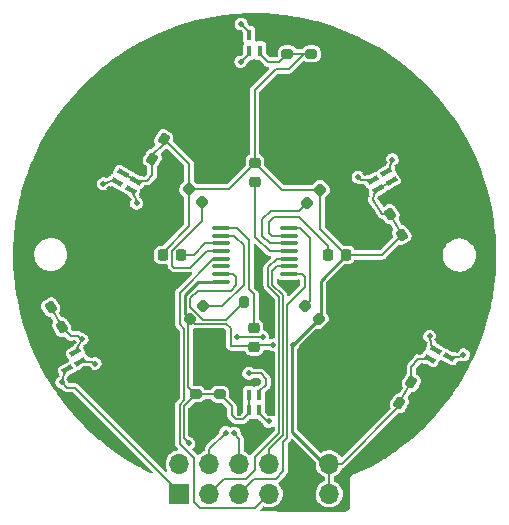
<source format=gbr>
%TF.GenerationSoftware,KiCad,Pcbnew,(5.99.0-9211-g6536d1de72)*%
%TF.CreationDate,2021-02-22T16:11:53-08:00*%
%TF.ProjectId,SoundLens,536f756e-644c-4656-9e73-2e6b69636164,rev?*%
%TF.SameCoordinates,Original*%
%TF.FileFunction,Copper,L1,Top*%
%TF.FilePolarity,Positive*%
%FSLAX46Y46*%
G04 Gerber Fmt 4.6, Leading zero omitted, Abs format (unit mm)*
G04 Created by KiCad (PCBNEW (5.99.0-9211-g6536d1de72)) date 2021-02-22 16:11:53*
%MOMM*%
%LPD*%
G01*
G04 APERTURE LIST*
G04 Aperture macros list*
%AMRoundRect*
0 Rectangle with rounded corners*
0 $1 Rounding radius*
0 $2 $3 $4 $5 $6 $7 $8 $9 X,Y pos of 4 corners*
0 Add a 4 corners polygon primitive as box body*
4,1,4,$2,$3,$4,$5,$6,$7,$8,$9,$2,$3,0*
0 Add four circle primitives for the rounded corners*
1,1,$1+$1,$2,$3*
1,1,$1+$1,$4,$5*
1,1,$1+$1,$6,$7*
1,1,$1+$1,$8,$9*
0 Add four rect primitives between the rounded corners*
20,1,$1+$1,$2,$3,$4,$5,0*
20,1,$1+$1,$4,$5,$6,$7,0*
20,1,$1+$1,$6,$7,$8,$9,0*
20,1,$1+$1,$8,$9,$2,$3,0*%
%AMRotRect*
0 Rectangle, with rotation*
0 The origin of the aperture is its center*
0 $1 length*
0 $2 width*
0 $3 Rotation angle, in degrees counterclockwise*
0 Add horizontal line*
21,1,$1,$2,0,0,$3*%
G04 Aperture macros list end*
%TA.AperFunction,SMDPad,CuDef*%
%ADD10R,0.400000X0.950000*%
%TD*%
%TA.AperFunction,SMDPad,CuDef*%
%ADD11R,0.350000X2.300000*%
%TD*%
%TA.AperFunction,SMDPad,CuDef*%
%ADD12R,1.300000X0.350000*%
%TD*%
%TA.AperFunction,SMDPad,CuDef*%
%ADD13RoundRect,0.200000X-0.275000X0.200000X-0.275000X-0.200000X0.275000X-0.200000X0.275000X0.200000X0*%
%TD*%
%TA.AperFunction,SMDPad,CuDef*%
%ADD14RoundRect,0.218750X-0.256250X0.218750X-0.256250X-0.218750X0.256250X-0.218750X0.256250X0.218750X0*%
%TD*%
%TA.AperFunction,SMDPad,CuDef*%
%ADD15RoundRect,0.200000X-0.035705X-0.338157X0.310705X-0.138157X0.035705X0.338157X-0.310705X0.138157X0*%
%TD*%
%TA.AperFunction,SMDPad,CuDef*%
%ADD16RotRect,0.950000X0.400000X330.000000*%
%TD*%
%TA.AperFunction,SMDPad,CuDef*%
%ADD17RotRect,1.300000X0.350000X240.000000*%
%TD*%
%TA.AperFunction,SMDPad,CuDef*%
%ADD18RotRect,2.300000X0.350000X330.000000*%
%TD*%
%TA.AperFunction,SMDPad,CuDef*%
%ADD19RoundRect,0.218750X-0.335876X-0.026517X-0.026517X-0.335876X0.335876X0.026517X0.026517X0.335876X0*%
%TD*%
%TA.AperFunction,SMDPad,CuDef*%
%ADD20RoundRect,0.200000X0.310705X0.138157X-0.035705X0.338157X-0.310705X-0.138157X0.035705X-0.338157X0*%
%TD*%
%TA.AperFunction,SMDPad,CuDef*%
%ADD21RoundRect,0.218750X0.218750X0.256250X-0.218750X0.256250X-0.218750X-0.256250X0.218750X-0.256250X0*%
%TD*%
%TA.AperFunction,SMDPad,CuDef*%
%ADD22RoundRect,0.200000X-0.310705X-0.138157X0.035705X-0.338157X0.310705X0.138157X-0.035705X0.338157X0*%
%TD*%
%TA.AperFunction,SMDPad,CuDef*%
%ADD23RoundRect,0.218750X-0.218750X-0.256250X0.218750X-0.256250X0.218750X0.256250X-0.218750X0.256250X0*%
%TD*%
%TA.AperFunction,SMDPad,CuDef*%
%ADD24RoundRect,0.218750X-0.026517X0.335876X-0.335876X0.026517X0.026517X-0.335876X0.335876X-0.026517X0*%
%TD*%
%TA.AperFunction,SMDPad,CuDef*%
%ADD25RoundRect,0.200000X0.035705X0.338157X-0.310705X0.138157X-0.035705X-0.338157X0.310705X-0.138157X0*%
%TD*%
%TA.AperFunction,SMDPad,CuDef*%
%ADD26RoundRect,0.200000X0.275000X-0.200000X0.275000X0.200000X-0.275000X0.200000X-0.275000X-0.200000X0*%
%TD*%
%TA.AperFunction,SMDPad,CuDef*%
%ADD27RotRect,0.950000X0.400000X210.000000*%
%TD*%
%TA.AperFunction,SMDPad,CuDef*%
%ADD28RotRect,2.300000X0.350000X210.000000*%
%TD*%
%TA.AperFunction,SMDPad,CuDef*%
%ADD29RotRect,1.300000X0.350000X120.000000*%
%TD*%
%TA.AperFunction,SMDPad,CuDef*%
%ADD30RoundRect,0.218750X0.026517X-0.335876X0.335876X-0.026517X-0.026517X0.335876X-0.335876X0.026517X0*%
%TD*%
%TA.AperFunction,SMDPad,CuDef*%
%ADD31RoundRect,0.200000X-0.200000X-0.275000X0.200000X-0.275000X0.200000X0.275000X-0.200000X0.275000X0*%
%TD*%
%TA.AperFunction,SMDPad,CuDef*%
%ADD32RotRect,0.950000X0.400000X30.000000*%
%TD*%
%TA.AperFunction,SMDPad,CuDef*%
%ADD33RotRect,2.300000X0.350000X30.000000*%
%TD*%
%TA.AperFunction,SMDPad,CuDef*%
%ADD34RotRect,1.300000X0.350000X300.000000*%
%TD*%
%TA.AperFunction,SMDPad,CuDef*%
%ADD35RotRect,0.950000X0.400000X150.000000*%
%TD*%
%TA.AperFunction,SMDPad,CuDef*%
%ADD36RotRect,2.300000X0.350000X150.000000*%
%TD*%
%TA.AperFunction,SMDPad,CuDef*%
%ADD37RotRect,1.300000X0.350000X60.000000*%
%TD*%
%TA.AperFunction,SMDPad,CuDef*%
%ADD38RoundRect,0.218750X0.335876X0.026517X0.026517X0.335876X-0.335876X-0.026517X-0.026517X-0.335876X0*%
%TD*%
%TA.AperFunction,ComponentPad*%
%ADD39R,1.700000X1.700000*%
%TD*%
%TA.AperFunction,ComponentPad*%
%ADD40O,1.700000X1.700000*%
%TD*%
%TA.AperFunction,SMDPad,CuDef*%
%ADD41RoundRect,0.100000X0.637500X0.100000X-0.637500X0.100000X-0.637500X-0.100000X0.637500X-0.100000X0*%
%TD*%
%TA.AperFunction,SMDPad,CuDef*%
%ADD42RoundRect,0.218750X0.256250X-0.218750X0.256250X0.218750X-0.256250X0.218750X-0.256250X-0.218750X0*%
%TD*%
%TA.AperFunction,ViaPad*%
%ADD43C,0.500000*%
%TD*%
%TA.AperFunction,Conductor*%
%ADD44C,0.160000*%
%TD*%
%TA.AperFunction,Conductor*%
%ADD45C,0.200000*%
%TD*%
%TA.AperFunction,Conductor*%
%ADD46C,0.250000*%
%TD*%
G04 APERTURE END LIST*
D10*
%TO.P,MIC2,1,VDD*%
%TO.N,+3V3*%
X99500000Y-111850000D03*
%TO.P,MIC2,2,LR*%
X99500000Y-113150000D03*
%TO.P,MIC2,3,CLOCK*%
%TO.N,/PDM_CLK*%
X100400000Y-113150000D03*
%TO.P,MIC2,4,DOUT*%
%TO.N,/PDM1*%
X100400000Y-111850000D03*
D11*
%TO.P,MIC2,5,GND*%
%TO.N,GND*%
X98700000Y-112500000D03*
X101200000Y-112500000D03*
D12*
X99950000Y-114205000D03*
X99950000Y-110750000D03*
%TD*%
D13*
%TO.P,C7,1*%
%TO.N,+3V3*%
X97040000Y-111805000D03*
%TO.P,C7,2*%
%TO.N,GND*%
X97040000Y-113455000D03*
%TD*%
D14*
%TO.P,D5,1,K*%
%TO.N,Net-(D5-Pad1)*%
X99950000Y-106212500D03*
%TO.P,D5,2,A*%
%TO.N,+3V3*%
X99950000Y-107787500D03*
%TD*%
D15*
%TO.P,C3,1*%
%TO.N,+3V3*%
X111443529Y-96526500D03*
%TO.P,C3,2*%
%TO.N,GND*%
X112872471Y-95701500D03*
%TD*%
D16*
%TO.P,MIC5,1,VDD*%
%TO.N,+3V3*%
X114855385Y-108789711D03*
%TO.P,MIC5,2,LR*%
%TO.N,GND*%
X115981218Y-109439711D03*
%TO.P,MIC5,3,CLOCK*%
%TO.N,/PDM_CLK*%
X116431218Y-108660289D03*
%TO.P,MIC5,4,DOUT*%
%TO.N,/PDM3*%
X115305385Y-108010289D03*
D17*
%TO.P,MIC5,5,GND*%
%TO.N,GND*%
X117119875Y-109577500D03*
D18*
X116268301Y-107642468D03*
D17*
X114127757Y-107850000D03*
D18*
X115018301Y-109807532D03*
%TD*%
D19*
%TO.P,D4,1,K*%
%TO.N,Net-(D4-Pad1)*%
X104293153Y-104293153D03*
%TO.P,D4,2,A*%
%TO.N,+3V3*%
X105406847Y-105406847D03*
%TD*%
D20*
%TO.P,C12,1*%
%TO.N,+3V3*%
X92298471Y-90176500D03*
%TO.P,C12,2*%
%TO.N,GND*%
X90869529Y-89351500D03*
%TD*%
D13*
%TO.P,C8,1*%
%TO.N,+3V3*%
X95000000Y-111795000D03*
%TO.P,C8,2*%
%TO.N,GND*%
X95000000Y-113445000D03*
%TD*%
D20*
%TO.P,C11,1*%
%TO.N,+3V3*%
X91314471Y-91862500D03*
%TO.P,C11,2*%
%TO.N,GND*%
X89885529Y-91037500D03*
%TD*%
D21*
%TO.P,D7,1,K*%
%TO.N,Net-(D7-Pad1)*%
X93787500Y-100000000D03*
%TO.P,D7,2,A*%
%TO.N,+3V3*%
X92212500Y-100000000D03*
%TD*%
D22*
%TO.P,C5,1*%
%TO.N,+3V3*%
X113269058Y-110783000D03*
%TO.P,C5,2*%
%TO.N,GND*%
X114698000Y-111608000D03*
%TD*%
D23*
%TO.P,D3,1,K*%
%TO.N,Net-(D3-Pad1)*%
X106162500Y-100000000D03*
%TO.P,D3,2,A*%
%TO.N,+3V3*%
X107737500Y-100000000D03*
%TD*%
D24*
%TO.P,D6,1,K*%
%TO.N,Net-(D6-Pad1)*%
X95656847Y-104343153D03*
%TO.P,D6,2,A*%
%TO.N,+3V3*%
X94543153Y-105456847D03*
%TD*%
D25*
%TO.P,C10,1*%
%TO.N,+3V3*%
X82714471Y-104417500D03*
%TO.P,C10,2*%
%TO.N,GND*%
X81285529Y-105242500D03*
%TD*%
D26*
%TO.P,C2,1*%
%TO.N,+3V3*%
X104792000Y-82969000D03*
%TO.P,C2,2*%
%TO.N,GND*%
X104792000Y-81319000D03*
%TD*%
D27*
%TO.P,MIC3,1,VDD*%
%TO.N,+3V3*%
X84794615Y-108260289D03*
%TO.P,MIC3,2,LR*%
%TO.N,GND*%
X83668782Y-108910289D03*
%TO.P,MIC3,3,CLOCK*%
%TO.N,/PDM_CLK*%
X84118782Y-109689711D03*
%TO.P,MIC3,4,DOUT*%
%TO.N,/PDM2*%
X85244615Y-109039711D03*
D28*
%TO.P,MIC3,5,GND*%
%TO.N,GND*%
X85081699Y-110057532D03*
X83831699Y-107892468D03*
D29*
X85972243Y-108100000D03*
X82980125Y-109827500D03*
%TD*%
D30*
%TO.P,D2,1,K*%
%TO.N,Net-(D2-Pad1)*%
X104393153Y-95606847D03*
%TO.P,D2,2,A*%
%TO.N,+3V3*%
X105506847Y-94493153D03*
%TD*%
D31*
%TO.P,R1,1*%
%TO.N,Net-(R1-Pad1)*%
X99125000Y-103950000D03*
%TO.P,R1,2*%
%TO.N,GND*%
X100775000Y-103950000D03*
%TD*%
D22*
%TO.P,C6,1*%
%TO.N,+3V3*%
X112253058Y-112561000D03*
%TO.P,C6,2*%
%TO.N,GND*%
X113682000Y-113386000D03*
%TD*%
D15*
%TO.P,C4,1*%
%TO.N,+3V3*%
X112459529Y-98304500D03*
%TO.P,C4,2*%
%TO.N,GND*%
X113888471Y-97479500D03*
%TD*%
D25*
%TO.P,C9,1*%
%TO.N,+3V3*%
X83662471Y-106115500D03*
%TO.P,C9,2*%
%TO.N,GND*%
X82233529Y-106940500D03*
%TD*%
D32*
%TO.P,MIC4,1,VDD*%
%TO.N,+3V3*%
X110455385Y-94432179D03*
%TO.P,MIC4,2,LR*%
X111581218Y-93782179D03*
%TO.P,MIC4,3,CLOCK*%
%TO.N,/PDM_CLK*%
X111131218Y-93002757D03*
%TO.P,MIC4,4,DOUT*%
%TO.N,/PDM2*%
X110005385Y-93652757D03*
D33*
%TO.P,MIC4,5,GND*%
%TO.N,GND*%
X110168301Y-92634936D03*
D34*
X109277757Y-94592468D03*
D33*
X111418301Y-94800000D03*
D34*
X112269875Y-92864968D03*
%TD*%
D26*
%TO.P,C1,1*%
%TO.N,+3V3*%
X102760000Y-82969000D03*
%TO.P,C1,2*%
%TO.N,GND*%
X102760000Y-81319000D03*
%TD*%
D35*
%TO.P,MIC6,1,VDD*%
%TO.N,+3V3*%
X89950000Y-93710289D03*
%TO.P,MIC6,2,LR*%
X88824167Y-93060289D03*
%TO.P,MIC6,3,CLOCK*%
%TO.N,/PDM_CLK*%
X88374167Y-93839711D03*
%TO.P,MIC6,4,DOUT*%
%TO.N,/PDM3*%
X89500000Y-94489711D03*
D36*
%TO.P,MIC6,5,GND*%
%TO.N,GND*%
X89787084Y-92692468D03*
D37*
X90677628Y-94650000D03*
X87685510Y-92922500D03*
D36*
X88537084Y-94857532D03*
%TD*%
D38*
%TO.P,D8,1,K*%
%TO.N,Net-(D8-Pad1)*%
X95556847Y-95506847D03*
%TO.P,D8,2,A*%
%TO.N,+3V3*%
X94443153Y-94393153D03*
%TD*%
D39*
%TO.P,J1,1,Pin_1*%
%TO.N,/PDM_CLK*%
X93600000Y-120225000D03*
D40*
%TO.P,J1,2,Pin_2*%
%TO.N,/PDM1*%
X93600000Y-117685000D03*
%TO.P,J1,3,Pin_3*%
%TO.N,/LED_LATCH*%
X96140000Y-120225000D03*
%TO.P,J1,4,Pin_4*%
%TO.N,/PDM2*%
X96140000Y-117685000D03*
%TO.P,J1,5,Pin_5*%
%TO.N,/LED_DATA*%
X98680000Y-120225000D03*
%TO.P,J1,6,Pin_6*%
%TO.N,/PDM3*%
X98680000Y-117685000D03*
%TO.P,J1,7,Pin_7*%
%TO.N,/LED_EN*%
X101220000Y-120225000D03*
%TO.P,J1,8,Pin_8*%
%TO.N,/LED_CLK*%
X101220000Y-117685000D03*
%TO.P,J1,9,Pin_9*%
%TO.N,GND*%
X103760000Y-120225000D03*
%TO.P,J1,10,Pin_10*%
X103760000Y-117685000D03*
%TO.P,J1,11,Pin_11*%
%TO.N,+3V3*%
X106300000Y-120225000D03*
%TO.P,J1,12,Pin_12*%
X106300000Y-117685000D03*
%TD*%
D41*
%TO.P,U1,1,GND*%
%TO.N,GND*%
X102862500Y-102275000D03*
%TO.P,U1,2,SDI*%
%TO.N,/LED_DATA*%
X102862500Y-101625000D03*
%TO.P,U1,3,CLK*%
%TO.N,/LED_CLK*%
X102862500Y-100975000D03*
%TO.P,U1,4,LE*%
%TO.N,/LED_LATCH*%
X102862500Y-100325000D03*
%TO.P,U1,5,OUT0*%
%TO.N,Net-(D1-Pad1)*%
X102862500Y-99675000D03*
%TO.P,U1,6,OUT1*%
%TO.N,Net-(D2-Pad1)*%
X102862500Y-99025000D03*
%TO.P,U1,7,OUT2*%
%TO.N,Net-(D3-Pad1)*%
X102862500Y-98375000D03*
%TO.P,U1,8,OUT3*%
%TO.N,Net-(D4-Pad1)*%
X102862500Y-97725000D03*
%TO.P,U1,9,OUT4*%
%TO.N,Net-(D5-Pad1)*%
X97137500Y-97725000D03*
%TO.P,U1,10,OUT5*%
%TO.N,Net-(D6-Pad1)*%
X97137500Y-98375000D03*
%TO.P,U1,11,OUT6*%
%TO.N,Net-(D7-Pad1)*%
X97137500Y-99025000D03*
%TO.P,U1,12,OUT7*%
%TO.N,Net-(D8-Pad1)*%
X97137500Y-99675000D03*
%TO.P,U1,13,~OE*%
%TO.N,/LED_EN*%
X97137500Y-100325000D03*
%TO.P,U1,14,SDO*%
%TO.N,unconnected-(U1-Pad14)*%
X97137500Y-100975000D03*
%TO.P,U1,15,R-EXT*%
%TO.N,Net-(R1-Pad1)*%
X97137500Y-101625000D03*
%TO.P,U1,16,VDD*%
%TO.N,+3V3*%
X97137500Y-102275000D03*
%TD*%
D10*
%TO.P,MIC1,1,VDD*%
%TO.N,+3V3*%
X100450000Y-82700000D03*
%TO.P,MIC1,2,LR*%
%TO.N,GND*%
X100450000Y-81400000D03*
%TO.P,MIC1,3,CLOCK*%
%TO.N,/PDM_CLK*%
X99550000Y-81400000D03*
%TO.P,MIC1,4,DOUT*%
%TO.N,/PDM1*%
X99550000Y-82700000D03*
D12*
%TO.P,MIC1,5,GND*%
%TO.N,GND*%
X100000000Y-83800000D03*
D11*
X98750000Y-82050000D03*
X101250000Y-82050000D03*
D12*
X100000000Y-80345000D03*
%TD*%
D42*
%TO.P,D1,1,K*%
%TO.N,Net-(D1-Pad1)*%
X100000000Y-93800000D03*
%TO.P,D1,2,A*%
%TO.N,+3V3*%
X100000000Y-92225000D03*
%TD*%
D43*
%TO.N,+3V3*%
X85370000Y-107160000D03*
X101570000Y-107610000D03*
X94420000Y-115960000D03*
X103211847Y-107601847D03*
%TO.N,GND*%
X81762743Y-106097257D03*
X85300000Y-110650000D03*
X96025000Y-113445000D03*
X101170000Y-105060000D03*
X102862500Y-103077500D03*
X116570000Y-107060000D03*
X103791000Y-81319000D03*
X88090000Y-95360000D03*
X90380000Y-90210000D03*
X114220812Y-112520812D03*
X95990000Y-110970000D03*
X113355000Y-96595000D03*
%TO.N,/PDM_CLK*%
X117660000Y-108460000D03*
X87190000Y-93990000D03*
X98840000Y-80450000D03*
X83650000Y-110770000D03*
X111630000Y-91950000D03*
X101200000Y-114100000D03*
%TO.N,/PDM1*%
X99490000Y-110020000D03*
X98830000Y-83630000D03*
%TO.N,/PDM2*%
X97540000Y-115040000D03*
X108760000Y-93410000D03*
X86470000Y-109200000D03*
X100670000Y-106960000D03*
X98490000Y-106990000D03*
%TO.N,/PDM3*%
X98250000Y-115080000D03*
X89990000Y-95610000D03*
X114820000Y-106900000D03*
%TD*%
D44*
%TO.N,/PDM_CLK*%
X83650000Y-110770000D02*
X84140000Y-111260000D01*
X84140000Y-111260000D02*
X84820000Y-111260000D01*
X84820000Y-111260000D02*
X93600000Y-120040000D01*
X93600000Y-120040000D02*
X93600000Y-120225000D01*
D45*
%TO.N,+3V3*%
X107710000Y-100000000D02*
X105506847Y-97796847D01*
X102303153Y-94493153D02*
X105506847Y-94493153D01*
D46*
X103170000Y-107643694D02*
X103170000Y-114960000D01*
D45*
X100000000Y-92230000D02*
X97836847Y-94393153D01*
D44*
X107345000Y-117685000D02*
X112253058Y-112776942D01*
D45*
X113269058Y-109480942D02*
X113269058Y-110783000D01*
X94443153Y-92321182D02*
X92298471Y-90176500D01*
X112253058Y-112561000D02*
X113269058Y-110783000D01*
X114855385Y-108789711D02*
X113800000Y-108810000D01*
X85070000Y-106860000D02*
X84406971Y-106860000D01*
X95000000Y-111795000D02*
X94370000Y-111165000D01*
X92212500Y-99817500D02*
X94443153Y-97586847D01*
X104161000Y-82969000D02*
X102870000Y-84260000D01*
X98060000Y-113545020D02*
X98060000Y-112825000D01*
D46*
X105895000Y-117685000D02*
X106300000Y-117685000D01*
D45*
X100510000Y-83050000D02*
X101140000Y-83680000D01*
X101570000Y-107610000D02*
X100127500Y-107610000D01*
D46*
X105570000Y-105260000D02*
X105570000Y-102167500D01*
D45*
X97590020Y-105830020D02*
X94916326Y-105830020D01*
X102870000Y-84260000D02*
X101770000Y-84260000D01*
X97040000Y-111805000D02*
X95010000Y-111805000D01*
X91314471Y-93275529D02*
X91314471Y-91862500D01*
X94443153Y-97586847D02*
X94443153Y-94393153D01*
X89950000Y-93710289D02*
X90879711Y-93710289D01*
X102050000Y-83680000D02*
X102760000Y-82970000D01*
D46*
X95225000Y-102275000D02*
X94120000Y-103380000D01*
D45*
X94443153Y-94393153D02*
X94443153Y-92321182D01*
X94916326Y-105830020D02*
X94543153Y-105456847D01*
D46*
X94120000Y-105033694D02*
X94543153Y-105456847D01*
D45*
X97970000Y-107660000D02*
X97970000Y-106210000D01*
X110790000Y-96530000D02*
X110793500Y-96526500D01*
X94370000Y-105630000D02*
X94543153Y-105456847D01*
X98020000Y-107710000D02*
X97970000Y-107660000D01*
X98419969Y-113904989D02*
X98060000Y-113545020D01*
X100127500Y-107610000D02*
X99950000Y-107787500D01*
X102760000Y-82969000D02*
X104792000Y-82969000D01*
X111443529Y-96526500D02*
X112459529Y-98304500D01*
X90879711Y-93710289D02*
X91314471Y-93275529D01*
X99500000Y-113385020D02*
X98980031Y-113904989D01*
X98060000Y-112825000D02*
X97040000Y-111805000D01*
X91314471Y-91575529D02*
X92298471Y-90591529D01*
X113800000Y-108810000D02*
X113269058Y-109480942D01*
X99872500Y-107710000D02*
X98020000Y-107710000D01*
X105506847Y-97796847D02*
X105506847Y-94493153D01*
X97836847Y-94393153D02*
X94443153Y-94393153D01*
X101140000Y-83680000D02*
X102050000Y-83680000D01*
X98980031Y-113904989D02*
X98419969Y-113904989D01*
X111581218Y-93782179D02*
X110455385Y-94432179D01*
X93970000Y-115510000D02*
X93970000Y-112825000D01*
X93970000Y-112825000D02*
X95000000Y-111795000D01*
X88824167Y-93060289D02*
X89950000Y-93710289D01*
X100000000Y-86030000D02*
X100000000Y-92225000D01*
D46*
X103211847Y-107601847D02*
X103170000Y-107643694D01*
D45*
X84406971Y-106860000D02*
X83846971Y-106300000D01*
X104792000Y-82969000D02*
X104161000Y-82969000D01*
X100035000Y-92225000D02*
X102303153Y-94493153D01*
X85370000Y-107160000D02*
X85070000Y-106860000D01*
X101770000Y-84260000D02*
X100000000Y-86030000D01*
D44*
X112253058Y-112776942D02*
X112253058Y-112561000D01*
D45*
X94370000Y-111165000D02*
X94370000Y-105630000D01*
X97970000Y-106210000D02*
X97590020Y-105830020D01*
X110455385Y-94432179D02*
X110060000Y-94827564D01*
D46*
X105570000Y-102167500D02*
X107737500Y-100000000D01*
D45*
X92212500Y-100000000D02*
X92212500Y-99817500D01*
X102760000Y-82970000D02*
X102760000Y-82969000D01*
X83662471Y-106115500D02*
X82714471Y-104417500D01*
X85220000Y-107460000D02*
X84794615Y-108260289D01*
D46*
X103211847Y-107601847D02*
X105406847Y-105406847D01*
D45*
X99500000Y-111850000D02*
X99500000Y-113150000D01*
D46*
X97137500Y-102275000D02*
X95225000Y-102275000D01*
D44*
X106300000Y-120225000D02*
X106300000Y-117685000D01*
D45*
X85370000Y-107160000D02*
X85220000Y-107460000D01*
D46*
X94120000Y-103380000D02*
X94120000Y-105033694D01*
D45*
X110793500Y-96526500D02*
X111443529Y-96526500D01*
X110764029Y-100000000D02*
X112459529Y-98304500D01*
X99950000Y-107787500D02*
X99872500Y-107710000D01*
X110060000Y-94827564D02*
X110010000Y-95350000D01*
X107737500Y-100000000D02*
X110764029Y-100000000D01*
X94420000Y-115960000D02*
X93970000Y-115510000D01*
X100450000Y-83050000D02*
X100510000Y-83050000D01*
X92212500Y-100000000D02*
X92080000Y-100000000D01*
D46*
X103170000Y-114960000D02*
X105895000Y-117685000D01*
D45*
X110010000Y-95350000D02*
X110790000Y-96530000D01*
D44*
X106300000Y-117685000D02*
X107345000Y-117685000D01*
%TO.N,Net-(D1-Pad1)*%
X100000000Y-98450000D02*
X101250000Y-99700000D01*
X100000000Y-93800000D02*
X100000000Y-98450000D01*
X101250000Y-99700000D02*
X102787500Y-99700000D01*
%TO.N,Net-(D2-Pad1)*%
X104260000Y-95740000D02*
X103740000Y-96260000D01*
X101340000Y-96260000D02*
X100650000Y-96950000D01*
X103740000Y-96260000D02*
X101340000Y-96260000D01*
X100650000Y-96950000D02*
X100650000Y-98400000D01*
X101275000Y-99025000D02*
X102862500Y-99025000D01*
X100650000Y-98400000D02*
X101275000Y-99025000D01*
%TO.N,Net-(D3-Pad1)*%
X101450000Y-98400000D02*
X102837500Y-98400000D01*
X106162500Y-100000000D02*
X106162500Y-99252500D01*
X101210000Y-98160000D02*
X101450000Y-98400000D01*
X101600000Y-96810000D02*
X101210000Y-97200000D01*
X106162500Y-99252500D02*
X103720000Y-96810000D01*
X101210000Y-97200000D02*
X101210000Y-98160000D01*
X103720000Y-96810000D02*
X101600000Y-96810000D01*
%TO.N,Net-(D4-Pad1)*%
X104670000Y-98570000D02*
X103825000Y-97725000D01*
X103825000Y-97725000D02*
X102862500Y-97725000D01*
X104293153Y-104293153D02*
X104670000Y-103916306D01*
X104670000Y-103916306D02*
X104670000Y-98570000D01*
%TO.N,Net-(D5-Pad1)*%
X99530000Y-98780000D02*
X99530000Y-102900000D01*
X99530000Y-102900000D02*
X99950000Y-103320000D01*
X97137500Y-97725000D02*
X98475000Y-97725000D01*
X99950000Y-103320000D02*
X99950000Y-106212500D01*
X98475000Y-97725000D02*
X99530000Y-98780000D01*
%TO.N,Net-(D6-Pad1)*%
X97137500Y-98375000D02*
X98275000Y-98375000D01*
X98275000Y-98375000D02*
X99080000Y-99180000D01*
X99080000Y-99180000D02*
X99080000Y-102520000D01*
X99080000Y-102520000D02*
X97256847Y-104343153D01*
X97256847Y-104343153D02*
X95656847Y-104343153D01*
%TO.N,Net-(D7-Pad1)*%
X95825000Y-99025000D02*
X94850000Y-100000000D01*
X94850000Y-100000000D02*
X93787500Y-100000000D01*
X97137500Y-99025000D02*
X95825000Y-99025000D01*
%TO.N,Net-(D8-Pad1)*%
X93000000Y-100900000D02*
X93000000Y-99630000D01*
X95925000Y-99675000D02*
X94520000Y-101080000D01*
X93000000Y-99630000D02*
X95500000Y-97130000D01*
X94520000Y-101080000D02*
X93180000Y-101080000D01*
X95500000Y-97130000D02*
X95500000Y-95563694D01*
X93180000Y-101080000D02*
X93000000Y-100900000D01*
X97137500Y-99675000D02*
X95925000Y-99675000D01*
%TO.N,/LED_LATCH*%
X99990000Y-118210000D02*
X99990000Y-117140000D01*
X101120000Y-101060000D02*
X101855000Y-100325000D01*
X97420000Y-118945000D02*
X99255000Y-118945000D01*
X102070000Y-115060000D02*
X102070000Y-103560000D01*
X99255000Y-118945000D02*
X99990000Y-118210000D01*
X101120000Y-102610000D02*
X101120000Y-101060000D01*
X99990000Y-117140000D02*
X102070000Y-115060000D01*
X96140000Y-120225000D02*
X97420000Y-118945000D01*
X102070000Y-103560000D02*
X101120000Y-102610000D01*
X101855000Y-100325000D02*
X102862500Y-100325000D01*
%TO.N,/LED_CLK*%
X101470000Y-102521566D02*
X102380020Y-103431586D01*
X102380020Y-103431586D02*
X102380020Y-115249980D01*
X102380020Y-115249980D02*
X101220000Y-116410000D01*
X101220000Y-116410000D02*
X101220000Y-117685000D01*
X101855000Y-100975000D02*
X101470000Y-101360000D01*
X102862500Y-100975000D02*
X101855000Y-100975000D01*
X101470000Y-101360000D02*
X101470000Y-102521566D01*
%TO.N,/LED_DATA*%
X104220000Y-102710000D02*
X102720000Y-104210000D01*
X102420000Y-115810000D02*
X102420000Y-118310000D01*
X102420000Y-118310000D02*
X101785000Y-118945000D01*
X99960000Y-118945000D02*
X98680000Y-120225000D01*
X102720000Y-104210000D02*
X102720000Y-115510000D01*
X101785000Y-118945000D02*
X99960000Y-118945000D01*
X103985000Y-101625000D02*
X104220000Y-101860000D01*
X104220000Y-101860000D02*
X104220000Y-102710000D01*
X102862500Y-101625000D02*
X103985000Y-101625000D01*
X102720000Y-115510000D02*
X102420000Y-115810000D01*
D45*
%TO.N,GND*%
X89420000Y-92325384D02*
X89787084Y-92692468D01*
X98370000Y-79760000D02*
X98070000Y-80060000D01*
D44*
X98080000Y-111170000D02*
X98080000Y-111761860D01*
D45*
X89720000Y-92025384D02*
X89420000Y-92325384D01*
X101170000Y-105060000D02*
X100785000Y-104675000D01*
X89885529Y-90704471D02*
X90380000Y-90210000D01*
X89720000Y-91203029D02*
X89720000Y-92025384D01*
X98750000Y-81840000D02*
X98750000Y-82050000D01*
X88537084Y-94857532D02*
X88090000Y-95360000D01*
D44*
X95990000Y-110970000D02*
X97880000Y-110970000D01*
D45*
X97560000Y-114400000D02*
X99755000Y-114400000D01*
X82980125Y-109827500D02*
X82980125Y-109598946D01*
X102029000Y-82050000D02*
X102760000Y-81319000D01*
D44*
X98700000Y-112500000D02*
X98700000Y-111560980D01*
D45*
X103760000Y-117685000D02*
X103760000Y-120225000D01*
X96025000Y-113445000D02*
X97030000Y-113445000D01*
X97040000Y-113880000D02*
X97560000Y-114400000D01*
X85300000Y-110650000D02*
X85081699Y-110057532D01*
X89787084Y-92692468D02*
X88370000Y-91860000D01*
X99415000Y-79760000D02*
X98370000Y-79760000D01*
X103791000Y-81319000D02*
X102760000Y-81319000D01*
D44*
X116570000Y-107060000D02*
X116268301Y-107642468D01*
D45*
X102862500Y-103077500D02*
X102862500Y-102275000D01*
X113888471Y-97479500D02*
X113355000Y-96595000D01*
X101065000Y-80345000D02*
X101250000Y-80530000D01*
X101250000Y-80530000D02*
X101250000Y-82050000D01*
X90410000Y-90180000D02*
X90869529Y-89720471D01*
X101110000Y-81400000D02*
X101250000Y-81540000D01*
X88370000Y-91860000D02*
X87685510Y-92922500D01*
X113120000Y-96190000D02*
X112872471Y-95701500D01*
X112269875Y-92864968D02*
X112500000Y-93095093D01*
X117119875Y-109577500D02*
X116119007Y-109577500D01*
X95000000Y-113445000D02*
X96025000Y-113445000D01*
X100450000Y-81400000D02*
X101110000Y-81400000D01*
D44*
X98080000Y-111761860D02*
X98700000Y-112381860D01*
D45*
X113355000Y-96595000D02*
X113120000Y-96190000D01*
D44*
X98700000Y-111560980D02*
X99510980Y-110750000D01*
D45*
X100000000Y-80345000D02*
X101065000Y-80345000D01*
X82980125Y-109598946D02*
X83668782Y-108910289D01*
D44*
X97880000Y-110970000D02*
X98080000Y-111170000D01*
D45*
X82233529Y-107073529D02*
X83831699Y-107892468D01*
X114220812Y-112520812D02*
X114240000Y-112490000D01*
X97040000Y-113455000D02*
X97040000Y-113880000D01*
X82233529Y-106940500D02*
X82233529Y-107073529D01*
X112500000Y-93095093D02*
X112500000Y-94240000D01*
X83668782Y-108910289D02*
X83668782Y-108055385D01*
X101250000Y-81540000D02*
X101250000Y-82050000D01*
X104792000Y-81319000D02*
X103791000Y-81319000D01*
X112500000Y-94240000D02*
X111418301Y-94800000D01*
X113682000Y-113386000D02*
X114220812Y-112520812D01*
X114698000Y-111608000D02*
X115018301Y-109807532D01*
X115018301Y-109807532D02*
X115613397Y-109807532D01*
X89885529Y-91037500D02*
X89720000Y-91203029D01*
X81744829Y-106065171D02*
X81762743Y-106097257D01*
X115613397Y-109807532D02*
X115981218Y-109439711D01*
X100000000Y-80345000D02*
X99415000Y-79760000D01*
X81762743Y-106097257D02*
X82233529Y-106940500D01*
X98070000Y-81160000D02*
X98750000Y-81840000D01*
X114698000Y-111608000D02*
X114240000Y-112490000D01*
X98070000Y-80060000D02*
X98070000Y-81160000D01*
X100785000Y-104675000D02*
X100785000Y-103940000D01*
X81285529Y-105242500D02*
X81744829Y-106065171D01*
X90380000Y-90210000D02*
X90410000Y-90180000D01*
X99755000Y-114400000D02*
X99950000Y-114205000D01*
X101250000Y-82050000D02*
X102029000Y-82050000D01*
D44*
%TO.N,Net-(R1-Pad1)*%
X97575000Y-105500000D02*
X95650000Y-105500000D01*
X97950000Y-103050000D02*
X98420000Y-102580000D01*
X98420000Y-101910000D02*
X98135000Y-101625000D01*
X94550000Y-103680000D02*
X95180000Y-103050000D01*
X95650000Y-105500000D02*
X94550000Y-104400000D01*
X98135000Y-101625000D02*
X97137500Y-101625000D01*
X99125000Y-103950000D02*
X97575000Y-105500000D01*
X98420000Y-102580000D02*
X98420000Y-101910000D01*
X95180000Y-103050000D02*
X97950000Y-103050000D01*
X94550000Y-104400000D02*
X94550000Y-103680000D01*
D45*
%TO.N,/PDM_CLK*%
X117660000Y-108460000D02*
X117290000Y-108640000D01*
X101200000Y-114100000D02*
X100949977Y-113969977D01*
X111470000Y-92620000D02*
X111131218Y-93002757D01*
X111543301Y-92036699D02*
X111470000Y-92620000D01*
X88374167Y-93839711D02*
X87810000Y-93730000D01*
D44*
X84118782Y-109689711D02*
X83729518Y-110369518D01*
D45*
X117290000Y-108640000D02*
X116431507Y-108660000D01*
X100949977Y-113969977D02*
X100400000Y-113420000D01*
X111630000Y-91950000D02*
X111543301Y-92036699D01*
D44*
X99550000Y-81120000D02*
X98840000Y-80450000D01*
X83729518Y-110369518D02*
X83650000Y-110770000D01*
D45*
X101320000Y-114100000D02*
X101200000Y-114100000D01*
X87810000Y-93730000D02*
X87230000Y-94030000D01*
%TO.N,/PDM1*%
X100400000Y-111542510D02*
X100400000Y-111850000D01*
X99550000Y-83025020D02*
X99550000Y-82700000D01*
X100495020Y-110020000D02*
X100940000Y-110464980D01*
X100940000Y-110464980D02*
X100940000Y-111002510D01*
X99125009Y-83450011D02*
X99550000Y-83025020D01*
X99490000Y-110020000D02*
X100495020Y-110020000D01*
X100940000Y-111002510D02*
X100400000Y-111542510D01*
X98830000Y-83630000D02*
X99125009Y-83450011D01*
D44*
%TO.N,/PDM2*%
X86470000Y-109200000D02*
X86209711Y-109039711D01*
X86209711Y-109039711D02*
X85244615Y-109039711D01*
D45*
X98490000Y-106990000D02*
X98510000Y-106970000D01*
D44*
X97540000Y-115040000D02*
X96140000Y-116440000D01*
X96140000Y-116440000D02*
X96140000Y-117685000D01*
X110005385Y-93652757D02*
X109002757Y-93652757D01*
X98510000Y-106970000D02*
X100670000Y-106970000D01*
X109002757Y-93652757D02*
X108760000Y-93410000D01*
%TO.N,/PDM3*%
X89500000Y-94489711D02*
X89930000Y-95230000D01*
X98250000Y-115080000D02*
X98680000Y-115620000D01*
X89930000Y-95230000D02*
X89990000Y-95610000D01*
D45*
X114960000Y-107600000D02*
X115305385Y-108010289D01*
D44*
X98680000Y-115620000D02*
X98680000Y-117685000D01*
D45*
X114820000Y-106900000D02*
X114960000Y-107600000D01*
D44*
%TO.N,/LED_EN*%
X93639980Y-112688302D02*
X93639980Y-115979980D01*
X94855000Y-117225000D02*
X94890000Y-117260000D01*
X93639980Y-115979980D02*
X94855000Y-117195000D01*
X93633133Y-103196867D02*
X93633133Y-105873133D01*
X96400000Y-100325000D02*
X96400000Y-100430000D01*
X93633133Y-105873133D02*
X94020000Y-106260000D01*
X94855000Y-117195000D02*
X94855000Y-117225000D01*
D45*
X97137500Y-100325000D02*
X96400000Y-100325000D01*
D44*
X94890000Y-117260000D02*
X94890000Y-120950000D01*
X94020000Y-112308282D02*
X93639980Y-112688302D01*
X94890000Y-120950000D02*
X95390000Y-121450000D01*
X95390000Y-121450000D02*
X99995000Y-121450000D01*
X96400000Y-100430000D02*
X93633133Y-103196867D01*
X99995000Y-121450000D02*
X101220000Y-120225000D01*
X94020000Y-106260000D02*
X94020000Y-112308282D01*
%TD*%
%TA.AperFunction,Conductor*%
%TO.N,GND*%
G36*
X100243336Y-79543947D02*
G01*
X100890343Y-79558065D01*
X100894658Y-79558253D01*
X101781162Y-79616358D01*
X101785465Y-79616734D01*
X102327441Y-79676090D01*
X102668601Y-79713453D01*
X102672883Y-79714017D01*
X103482885Y-79838687D01*
X103550926Y-79849160D01*
X103555167Y-79849907D01*
X103631725Y-79865135D01*
X104426537Y-80023234D01*
X104430745Y-80024167D01*
X105093987Y-80186461D01*
X105293683Y-80235326D01*
X105293708Y-80235332D01*
X105297876Y-80236449D01*
X106150780Y-80485048D01*
X106154884Y-80486342D01*
X106863793Y-80726985D01*
X106996169Y-80771921D01*
X107000227Y-80773398D01*
X107828211Y-81095383D01*
X107832197Y-81097034D01*
X108397124Y-81345608D01*
X108645374Y-81454841D01*
X108649289Y-81456667D01*
X109446066Y-81849594D01*
X109449897Y-81851588D01*
X109929380Y-82114641D01*
X110138892Y-82229583D01*
X110210111Y-82268655D01*
X110228792Y-82278904D01*
X110232530Y-82281063D01*
X110481422Y-82432094D01*
X110992013Y-82741928D01*
X110995654Y-82744247D01*
X111017291Y-82758704D01*
X111324731Y-82964128D01*
X111350447Y-82981311D01*
X111734379Y-83237846D01*
X111737871Y-83240291D01*
X112454352Y-83765637D01*
X112454356Y-83765640D01*
X112457778Y-83768266D01*
X112485552Y-83790557D01*
X112662792Y-83932807D01*
X113150631Y-84324339D01*
X113153920Y-84327099D01*
X113445208Y-84582551D01*
X113821862Y-84912867D01*
X113825047Y-84915785D01*
X114005898Y-85088912D01*
X114466825Y-85530154D01*
X114469849Y-85533178D01*
X114723925Y-85798589D01*
X115084200Y-86174937D01*
X115087118Y-86178122D01*
X115672885Y-86846062D01*
X115675661Y-86849370D01*
X115926732Y-87162197D01*
X116231732Y-87542218D01*
X116231734Y-87542221D01*
X116234361Y-87545644D01*
X116534851Y-87955460D01*
X116759697Y-88262112D01*
X116762164Y-88265636D01*
X117255741Y-89004327D01*
X117258047Y-89007946D01*
X117565563Y-89514718D01*
X117718936Y-89767469D01*
X117721096Y-89771209D01*
X117933333Y-90158065D01*
X118148412Y-90550103D01*
X118150406Y-90553934D01*
X118543330Y-91350704D01*
X118543340Y-91350725D01*
X118545159Y-91354625D01*
X118627232Y-91541150D01*
X118786533Y-91903188D01*
X118902966Y-92167802D01*
X118904619Y-92171793D01*
X119226604Y-92999778D01*
X119228081Y-93003836D01*
X119257845Y-93091516D01*
X119513656Y-93845108D01*
X119514946Y-93849201D01*
X119582508Y-94080996D01*
X119763556Y-94702146D01*
X119764674Y-94706318D01*
X119883070Y-95190163D01*
X119950885Y-95467298D01*
X119975832Y-95569250D01*
X119976766Y-95573463D01*
X120150090Y-96444818D01*
X120150091Y-96444824D01*
X120150841Y-96449078D01*
X120285981Y-97327103D01*
X120286545Y-97331385D01*
X120383266Y-98214533D01*
X120383642Y-98218835D01*
X120412749Y-98662920D01*
X120441747Y-99105345D01*
X120441935Y-99109659D01*
X120442364Y-99129306D01*
X120442364Y-99129307D01*
X120444441Y-99224500D01*
X120461129Y-99989294D01*
X120461315Y-99997839D01*
X120461315Y-100002159D01*
X120441935Y-100890338D01*
X120441747Y-100894653D01*
X120403999Y-101470575D01*
X120383647Y-101781093D01*
X120383642Y-101781162D01*
X120383266Y-101785463D01*
X120344884Y-102135931D01*
X120286547Y-102668604D01*
X120285986Y-102672864D01*
X120160086Y-103490845D01*
X120150835Y-103550950D01*
X120150091Y-103555172D01*
X120145640Y-103577552D01*
X120129778Y-103657294D01*
X120035836Y-104129575D01*
X119989584Y-104362100D01*
X119976767Y-104426533D01*
X119975832Y-104430750D01*
X119831153Y-105022004D01*
X119787512Y-105200349D01*
X119777634Y-105240721D01*
X119764668Y-105293707D01*
X119763551Y-105297875D01*
X119514952Y-106150781D01*
X119513655Y-106154894D01*
X119498012Y-106200978D01*
X119313535Y-106744425D01*
X119228079Y-106996169D01*
X119226602Y-107000227D01*
X119219964Y-107017298D01*
X118904619Y-107828207D01*
X118902966Y-107832198D01*
X118883315Y-107876858D01*
X118545166Y-108645360D01*
X118543343Y-108649269D01*
X118163157Y-109420211D01*
X118150406Y-109446067D01*
X118148418Y-109449886D01*
X117823110Y-110042845D01*
X117721102Y-110228781D01*
X117718942Y-110232522D01*
X117597400Y-110432817D01*
X117258062Y-110992028D01*
X117255742Y-110995670D01*
X116986985Y-111397894D01*
X116772311Y-111719178D01*
X116762173Y-111734350D01*
X116759701Y-111737880D01*
X116252860Y-112429126D01*
X116234371Y-112454342D01*
X116231745Y-112457764D01*
X116043880Y-112691839D01*
X115803865Y-112990892D01*
X115675668Y-113150623D01*
X115672901Y-113153920D01*
X115318511Y-113558026D01*
X115139738Y-113761878D01*
X115113327Y-113791994D01*
X115087133Y-113821862D01*
X115084215Y-113825047D01*
X114984072Y-113929658D01*
X114469846Y-114466825D01*
X114466822Y-114469849D01*
X114130052Y-114792236D01*
X113825051Y-115084211D01*
X113821897Y-115087102D01*
X113279207Y-115563028D01*
X113153898Y-115672921D01*
X113150636Y-115675657D01*
X112987098Y-115806910D01*
X112470143Y-116221811D01*
X112457775Y-116231737D01*
X112454354Y-116234362D01*
X112392922Y-116279406D01*
X111882866Y-116653394D01*
X111737880Y-116759702D01*
X111734360Y-116762166D01*
X110995653Y-117255755D01*
X110992057Y-117258045D01*
X110977577Y-117266832D01*
X110684363Y-117444758D01*
X110232531Y-117718936D01*
X110228791Y-117721096D01*
X109973354Y-117861234D01*
X109457610Y-118144181D01*
X109449827Y-118148017D01*
X108274769Y-118664487D01*
X108271136Y-118665785D01*
X108265946Y-118666245D01*
X108226698Y-118685521D01*
X108222943Y-118687267D01*
X108215195Y-118690672D01*
X108206881Y-118694326D01*
X108206878Y-118694328D01*
X108202709Y-118696160D01*
X108198942Y-118698727D01*
X108194956Y-118700937D01*
X108194855Y-118700755D01*
X108190408Y-118703343D01*
X108165696Y-118715480D01*
X108159493Y-118722192D01*
X108158590Y-118723169D01*
X108141640Y-118737782D01*
X108132985Y-118743681D01*
X108127791Y-118751204D01*
X108127790Y-118751205D01*
X108117338Y-118766343D01*
X108108580Y-118777282D01*
X108089892Y-118797503D01*
X108086521Y-118805999D01*
X108086520Y-118806000D01*
X108086028Y-118807240D01*
X108075480Y-118826967D01*
X108074721Y-118828067D01*
X108069527Y-118835590D01*
X108063086Y-118862372D01*
X108058857Y-118875715D01*
X108048699Y-118901315D01*
X108047906Y-118909567D01*
X108047910Y-118911984D01*
X108047910Y-118911993D01*
X108047913Y-118913547D01*
X108045701Y-118932345D01*
X108045548Y-118935294D01*
X108043411Y-118944180D01*
X108044616Y-118953240D01*
X108047183Y-118972539D01*
X108048047Y-118985408D01*
X108052164Y-121199463D01*
X108052255Y-121248578D01*
X108049950Y-121265796D01*
X108050215Y-121265830D01*
X108049041Y-121275019D01*
X108048626Y-121289193D01*
X108046438Y-121363816D01*
X108045784Y-121372639D01*
X108045191Y-121377611D01*
X108043106Y-121389190D01*
X108025877Y-121460330D01*
X108017694Y-121482313D01*
X107985959Y-121543996D01*
X107972830Y-121563436D01*
X107927467Y-121615918D01*
X107910127Y-121631727D01*
X107853685Y-121672059D01*
X107833123Y-121683336D01*
X107768769Y-121709252D01*
X107746124Y-121715373D01*
X107694861Y-121722873D01*
X107673698Y-121725969D01*
X107661981Y-121726978D01*
X107656982Y-121727110D01*
X107648134Y-121726947D01*
X107588122Y-121723160D01*
X107588119Y-121723160D01*
X107583571Y-121722873D01*
X107539802Y-121728200D01*
X107527806Y-121728923D01*
X103326284Y-121726622D01*
X100496988Y-121725073D01*
X100438808Y-121706134D01*
X100402872Y-121656614D01*
X100402905Y-121595429D01*
X100427039Y-121556069D01*
X100672959Y-121310149D01*
X100727476Y-121282372D01*
X100782041Y-121289193D01*
X100806190Y-121299568D01*
X100858761Y-121322155D01*
X100858767Y-121322157D01*
X100862931Y-121323946D01*
X101069177Y-121370615D01*
X101194150Y-121375525D01*
X101275941Y-121378738D01*
X101275942Y-121378738D01*
X101280474Y-121378916D01*
X101489746Y-121348573D01*
X101494045Y-121347114D01*
X101494048Y-121347113D01*
X101685683Y-121282062D01*
X101689984Y-121280602D01*
X101699954Y-121275019D01*
X101850631Y-121190635D01*
X101874482Y-121177278D01*
X102037062Y-121042062D01*
X102172278Y-120879482D01*
X102232072Y-120772712D01*
X102273384Y-120698945D01*
X102273385Y-120698943D01*
X102275602Y-120694984D01*
X102343573Y-120494746D01*
X102355838Y-120410155D01*
X102373496Y-120288374D01*
X102373497Y-120288366D01*
X102373916Y-120285474D01*
X102375500Y-120225000D01*
X102356151Y-120014427D01*
X102298752Y-119810906D01*
X102256956Y-119726152D01*
X102207237Y-119625330D01*
X102207235Y-119625326D01*
X102205226Y-119621253D01*
X102078704Y-119451820D01*
X102018355Y-119396033D01*
X101988458Y-119342650D01*
X101995650Y-119281889D01*
X102021293Y-119249621D01*
X102021276Y-119249605D01*
X102021486Y-119249378D01*
X102021487Y-119249377D01*
X102053843Y-119214374D01*
X102056537Y-119211571D01*
X102653748Y-118614360D01*
X102670050Y-118601195D01*
X102670254Y-118601063D01*
X102679446Y-118595128D01*
X102684512Y-118588701D01*
X102684516Y-118588698D01*
X102699913Y-118569167D01*
X102706850Y-118561359D01*
X102707410Y-118560698D01*
X102710296Y-118557812D01*
X102722819Y-118540288D01*
X102725619Y-118536558D01*
X102752753Y-118502139D01*
X102752754Y-118502137D01*
X102757816Y-118495716D01*
X102760344Y-118488520D01*
X102761755Y-118485802D01*
X102766190Y-118479596D01*
X102770680Y-118464584D01*
X102781090Y-118429773D01*
X102782532Y-118425334D01*
X102797696Y-118382156D01*
X102799760Y-118376279D01*
X102800500Y-118367734D01*
X102800500Y-118365749D01*
X102800603Y-118364527D01*
X102802461Y-118358316D01*
X102801799Y-118341451D01*
X102800576Y-118310341D01*
X102800500Y-118306454D01*
X102800500Y-116008615D01*
X102819407Y-115950424D01*
X102829497Y-115938611D01*
X102953749Y-115814360D01*
X102970050Y-115801195D01*
X102972570Y-115799568D01*
X102972571Y-115799567D01*
X102979446Y-115795128D01*
X102999905Y-115769176D01*
X103006882Y-115761323D01*
X103007414Y-115760695D01*
X103010296Y-115757813D01*
X103012668Y-115754493D01*
X103012672Y-115754489D01*
X103022836Y-115740267D01*
X103025635Y-115736538D01*
X103052752Y-115702140D01*
X103052753Y-115702139D01*
X103057816Y-115695716D01*
X103060341Y-115688527D01*
X103061757Y-115685800D01*
X103066190Y-115679597D01*
X103069682Y-115667920D01*
X103104468Y-115617588D01*
X103162197Y-115597315D01*
X103220818Y-115614845D01*
X103234535Y-115626283D01*
X105123441Y-117515189D01*
X105151218Y-117569706D01*
X105151751Y-117596828D01*
X105144896Y-117654753D01*
X105158726Y-117865760D01*
X105159842Y-117870153D01*
X105159842Y-117870155D01*
X105180519Y-117951571D01*
X105210778Y-118070714D01*
X105299308Y-118262750D01*
X105421351Y-118435437D01*
X105572820Y-118582992D01*
X105576595Y-118585514D01*
X105576597Y-118585516D01*
X105642578Y-118629603D01*
X105748643Y-118700473D01*
X105790085Y-118718278D01*
X105859579Y-118748135D01*
X105905581Y-118788477D01*
X105919500Y-118839095D01*
X105919500Y-119069917D01*
X105900593Y-119128108D01*
X105854765Y-119162798D01*
X105802544Y-119182063D01*
X105798641Y-119184385D01*
X105798639Y-119184386D01*
X105750656Y-119212933D01*
X105620814Y-119290181D01*
X105617399Y-119293176D01*
X105617396Y-119293178D01*
X105469809Y-119422609D01*
X105461830Y-119429606D01*
X105330916Y-119595670D01*
X105328803Y-119599685D01*
X105328803Y-119599686D01*
X105260650Y-119729224D01*
X105232457Y-119782809D01*
X105169750Y-119984758D01*
X105169216Y-119989268D01*
X105169216Y-119989269D01*
X105166239Y-120014427D01*
X105144896Y-120194753D01*
X105158726Y-120405760D01*
X105159842Y-120410153D01*
X105159842Y-120410155D01*
X105181326Y-120494746D01*
X105210778Y-120610714D01*
X105299308Y-120802750D01*
X105421351Y-120975437D01*
X105572820Y-121122992D01*
X105748643Y-121240473D01*
X105752810Y-121242263D01*
X105752815Y-121242266D01*
X105836883Y-121278384D01*
X105942931Y-121323946D01*
X106149177Y-121370615D01*
X106274150Y-121375525D01*
X106355941Y-121378738D01*
X106355942Y-121378738D01*
X106360474Y-121378916D01*
X106569746Y-121348573D01*
X106574045Y-121347114D01*
X106574048Y-121347113D01*
X106765683Y-121282062D01*
X106769984Y-121280602D01*
X106779954Y-121275019D01*
X106930631Y-121190635D01*
X106954482Y-121177278D01*
X107117062Y-121042062D01*
X107252278Y-120879482D01*
X107312072Y-120772712D01*
X107353384Y-120698945D01*
X107353385Y-120698943D01*
X107355602Y-120694984D01*
X107423573Y-120494746D01*
X107435838Y-120410155D01*
X107453496Y-120288374D01*
X107453497Y-120288366D01*
X107453916Y-120285474D01*
X107455500Y-120225000D01*
X107436151Y-120014427D01*
X107378752Y-119810906D01*
X107336956Y-119726152D01*
X107287237Y-119625330D01*
X107287235Y-119625326D01*
X107285226Y-119621253D01*
X107158704Y-119451820D01*
X107023371Y-119326719D01*
X107006754Y-119311358D01*
X107006753Y-119311357D01*
X107003424Y-119308280D01*
X106979483Y-119293174D01*
X106828423Y-119197863D01*
X106824586Y-119195442D01*
X106820375Y-119193762D01*
X106820371Y-119193760D01*
X106742815Y-119162819D01*
X106695773Y-119123695D01*
X106680500Y-119070867D01*
X106680500Y-118841920D01*
X106699407Y-118783729D01*
X106747677Y-118748174D01*
X106765686Y-118742061D01*
X106765687Y-118742061D01*
X106769984Y-118740602D01*
X106802858Y-118722192D01*
X106905897Y-118664487D01*
X106954482Y-118637278D01*
X107010370Y-118590797D01*
X107113563Y-118504972D01*
X107117062Y-118502062D01*
X107252278Y-118339482D01*
X107355602Y-118154984D01*
X107366758Y-118122120D01*
X107403365Y-118073096D01*
X107437067Y-118060160D01*
X107436567Y-118058438D01*
X107444426Y-118056155D01*
X107452551Y-118055193D01*
X107459427Y-118051891D01*
X107462342Y-118050969D01*
X107469870Y-118049716D01*
X107515640Y-118025020D01*
X107519792Y-118022905D01*
X107561046Y-118003095D01*
X107566665Y-118000397D01*
X107573230Y-117994878D01*
X107574633Y-117993475D01*
X107575571Y-117992683D01*
X107581276Y-117989605D01*
X107613843Y-117954374D01*
X107616537Y-117951571D01*
X112144001Y-113424107D01*
X112198518Y-113396330D01*
X112223580Y-113395575D01*
X112231350Y-113396330D01*
X112311694Y-113404137D01*
X112452503Y-113377403D01*
X112538313Y-113333587D01*
X112573870Y-113315431D01*
X112573872Y-113315430D01*
X112580150Y-113312224D01*
X112585277Y-113307384D01*
X112585280Y-113307382D01*
X112632921Y-113262408D01*
X112684372Y-113213839D01*
X112688564Y-113207681D01*
X112720532Y-113152312D01*
X112887307Y-112863449D01*
X113014666Y-112642857D01*
X113054882Y-112542565D01*
X113068743Y-112399912D01*
X113042009Y-112259103D01*
X112993128Y-112163374D01*
X112983504Y-112102950D01*
X112995343Y-112069234D01*
X113009454Y-112044540D01*
X113220926Y-111674463D01*
X113266213Y-111633320D01*
X113316457Y-111625045D01*
X113327694Y-111626137D01*
X113468503Y-111599403D01*
X113540149Y-111562819D01*
X113589870Y-111537431D01*
X113589872Y-111537430D01*
X113596150Y-111534224D01*
X113601277Y-111529384D01*
X113601280Y-111529382D01*
X113678271Y-111456702D01*
X113700372Y-111435839D01*
X113704564Y-111429681D01*
X113745172Y-111359347D01*
X113866481Y-111149233D01*
X114030666Y-110864857D01*
X114070882Y-110764565D01*
X114084743Y-110621912D01*
X114058009Y-110481103D01*
X114017386Y-110401546D01*
X113996037Y-110359736D01*
X113996036Y-110359734D01*
X113992830Y-110353456D01*
X113987990Y-110348329D01*
X113987988Y-110348326D01*
X113943014Y-110300685D01*
X113894445Y-110249234D01*
X113888287Y-110245042D01*
X113877452Y-110238786D01*
X113719058Y-110147337D01*
X113678117Y-110101868D01*
X113669558Y-110061601D01*
X113669558Y-109654671D01*
X113690925Y-109593237D01*
X113967731Y-109243442D01*
X114018668Y-109209543D01*
X114043461Y-109205894D01*
X114520875Y-109196716D01*
X114572278Y-109209961D01*
X115013028Y-109464428D01*
X115013043Y-109464436D01*
X115013997Y-109464987D01*
X115039060Y-109477952D01*
X115044609Y-109479348D01*
X115044610Y-109479348D01*
X115117385Y-109497652D01*
X115147940Y-109505337D01*
X115259360Y-109491540D01*
X115358272Y-109438425D01*
X115382493Y-109410155D01*
X115428339Y-109356643D01*
X115431318Y-109353166D01*
X115513032Y-109211634D01*
X115630759Y-109007725D01*
X115630767Y-109007710D01*
X115631318Y-109006756D01*
X115644283Y-108981693D01*
X115654482Y-108941141D01*
X115687011Y-108889320D01*
X115743788Y-108866516D01*
X115799992Y-108879552D01*
X116588861Y-109335006D01*
X116588876Y-109335014D01*
X116589830Y-109335565D01*
X116614893Y-109348530D01*
X116620442Y-109349926D01*
X116620443Y-109349926D01*
X116673398Y-109363245D01*
X116723773Y-109375915D01*
X116835193Y-109362118D01*
X116934105Y-109309003D01*
X117007151Y-109223744D01*
X117082655Y-109092968D01*
X117128124Y-109052027D01*
X117166083Y-109043495D01*
X117288731Y-109040638D01*
X117292850Y-109040628D01*
X117346030Y-109041610D01*
X117353485Y-109039339D01*
X117353486Y-109039339D01*
X117379133Y-109031527D01*
X117390218Y-109028837D01*
X117416593Y-109024027D01*
X117416592Y-109024027D01*
X117424254Y-109022630D01*
X117459098Y-109003842D01*
X117519290Y-108992866D01*
X117527679Y-108994365D01*
X117543974Y-108998007D01*
X117606931Y-109012080D01*
X117606932Y-109012080D01*
X117613517Y-109013552D01*
X117620256Y-109013199D01*
X117620258Y-109013199D01*
X117669738Y-109010606D01*
X117764090Y-109005661D01*
X117906995Y-108957568D01*
X118031702Y-108872817D01*
X118036056Y-108867665D01*
X118036058Y-108867663D01*
X118103784Y-108787519D01*
X118129024Y-108757652D01*
X118171187Y-108665560D01*
X118188982Y-108626693D01*
X118188983Y-108626691D01*
X118191791Y-108620557D01*
X118194375Y-108604247D01*
X118214811Y-108475214D01*
X118215378Y-108471634D01*
X118215500Y-108460000D01*
X118195037Y-108310615D01*
X118192360Y-108304429D01*
X118192359Y-108304425D01*
X118137836Y-108178430D01*
X118137834Y-108178426D01*
X118135155Y-108172236D01*
X118040266Y-108055058D01*
X117989822Y-108019209D01*
X117922859Y-107971621D01*
X117922858Y-107971620D01*
X117917361Y-107967714D01*
X117911017Y-107965430D01*
X117911013Y-107965428D01*
X117781843Y-107918924D01*
X117781840Y-107918923D01*
X117775495Y-107916639D01*
X117750504Y-107914804D01*
X117631854Y-107906090D01*
X117631850Y-107906090D01*
X117625120Y-107905596D01*
X117618505Y-107906930D01*
X117618503Y-107906930D01*
X117496513Y-107931528D01*
X117477315Y-107935399D01*
X117342969Y-108003852D01*
X117338006Y-108008415D01*
X117338004Y-108008417D01*
X117274595Y-108066725D01*
X117231980Y-108105911D01*
X117190857Y-108172236D01*
X117175401Y-108197163D01*
X117128668Y-108236655D01*
X117093568Y-108243967D01*
X116763333Y-108251661D01*
X116711529Y-108238425D01*
X116272606Y-107985013D01*
X116271614Y-107984500D01*
X116271596Y-107984490D01*
X116252625Y-107974677D01*
X116252626Y-107974677D01*
X116247543Y-107972048D01*
X116241993Y-107970652D01*
X116147558Y-107946900D01*
X116147557Y-107946900D01*
X116138663Y-107944663D01*
X116137594Y-107944795D01*
X116085156Y-107924110D01*
X116060945Y-107894584D01*
X116059097Y-107891143D01*
X116054756Y-107883059D01*
X115969497Y-107810013D01*
X115940452Y-107793244D01*
X115382983Y-107471388D01*
X115356750Y-107449413D01*
X115348932Y-107440127D01*
X115327589Y-107395784D01*
X115294576Y-107230723D01*
X115301640Y-107170097D01*
X115348982Y-107066693D01*
X115348983Y-107066691D01*
X115351791Y-107060557D01*
X115353370Y-107050591D01*
X115374811Y-106915214D01*
X115375378Y-106911634D01*
X115375500Y-106900000D01*
X115355037Y-106750615D01*
X115352360Y-106744429D01*
X115352359Y-106744425D01*
X115297836Y-106618430D01*
X115297834Y-106618426D01*
X115295155Y-106612236D01*
X115200266Y-106495058D01*
X115171123Y-106474347D01*
X115082859Y-106411621D01*
X115082858Y-106411620D01*
X115077361Y-106407714D01*
X115071017Y-106405430D01*
X115071013Y-106405428D01*
X114941843Y-106358924D01*
X114941840Y-106358923D01*
X114935495Y-106356639D01*
X114907634Y-106354593D01*
X114791854Y-106346090D01*
X114791850Y-106346090D01*
X114785120Y-106345596D01*
X114778505Y-106346930D01*
X114778503Y-106346930D01*
X114719021Y-106358924D01*
X114637315Y-106375399D01*
X114631309Y-106378459D01*
X114631307Y-106378460D01*
X114615041Y-106386748D01*
X114502969Y-106443852D01*
X114498006Y-106448415D01*
X114498004Y-106448417D01*
X114446880Y-106495428D01*
X114391980Y-106545911D01*
X114312525Y-106674058D01*
X114310642Y-106680540D01*
X114272852Y-106810615D01*
X114270459Y-106818851D01*
X114268880Y-106969623D01*
X114270625Y-106976134D01*
X114270625Y-106976137D01*
X114282000Y-107018587D01*
X114307905Y-107115265D01*
X114311338Y-107121071D01*
X114311339Y-107121072D01*
X114334361Y-107160000D01*
X114384658Y-107245048D01*
X114389531Y-107249721D01*
X114480885Y-107337327D01*
X114509440Y-107389365D01*
X114555197Y-107618148D01*
X114555969Y-107623854D01*
X114555533Y-107628928D01*
X114557298Y-107636517D01*
X114557298Y-107636521D01*
X114566430Y-107675790D01*
X114561194Y-107736751D01*
X114555744Y-107747706D01*
X114529452Y-107793244D01*
X114528939Y-107794236D01*
X114528929Y-107794254D01*
X114521757Y-107808120D01*
X114516487Y-107818307D01*
X114515091Y-107823856D01*
X114515091Y-107823857D01*
X114501702Y-107877089D01*
X114489102Y-107927187D01*
X114490229Y-107936288D01*
X114497076Y-107991582D01*
X114485463Y-108051655D01*
X114445663Y-108090968D01*
X114374081Y-108129407D01*
X114352498Y-108140997D01*
X114346528Y-108147965D01*
X114339784Y-108155837D01*
X114279452Y-108226256D01*
X114277161Y-108230223D01*
X114277161Y-108230224D01*
X114205841Y-108353753D01*
X114160372Y-108394694D01*
X114122008Y-108403235D01*
X113846840Y-108408525D01*
X113825449Y-108406606D01*
X113824893Y-108406494D01*
X113816669Y-108404843D01*
X113808932Y-108405744D01*
X113808930Y-108405744D01*
X113777600Y-108409393D01*
X113768056Y-108410040D01*
X113764632Y-108410106D01*
X113760740Y-108410181D01*
X113744613Y-108413054D01*
X113738704Y-108413924D01*
X113698395Y-108418619D01*
X113698394Y-108418619D01*
X113690653Y-108419521D01*
X113683568Y-108422771D01*
X113679255Y-108423979D01*
X113674979Y-108425460D01*
X113667305Y-108426827D01*
X113660429Y-108430499D01*
X113660428Y-108430499D01*
X113624659Y-108449598D01*
X113619310Y-108452250D01*
X113582423Y-108469173D01*
X113582420Y-108469175D01*
X113575340Y-108472423D01*
X113569612Y-108477699D01*
X113565859Y-108480196D01*
X113562258Y-108482920D01*
X113555392Y-108486586D01*
X113549993Y-108492197D01*
X113549990Y-108492199D01*
X113521864Y-108521428D01*
X113517594Y-108525606D01*
X113505529Y-108536717D01*
X113501859Y-108541354D01*
X113500992Y-108542450D01*
X113494695Y-108549661D01*
X113472829Y-108572384D01*
X113472826Y-108572388D01*
X113467423Y-108578003D01*
X113463512Y-108586057D01*
X113452091Y-108604246D01*
X112983666Y-109196186D01*
X112973033Y-109209623D01*
X112965404Y-109218193D01*
X112941002Y-109242595D01*
X112916871Y-109289956D01*
X112914952Y-109293539D01*
X112888882Y-109339888D01*
X112887427Y-109347134D01*
X112886760Y-109349052D01*
X112883405Y-109355636D01*
X112882186Y-109363333D01*
X112875090Y-109408135D01*
X112874372Y-109412139D01*
X112863901Y-109464273D01*
X112864802Y-109472008D01*
X112864802Y-109472010D01*
X112867893Y-109498543D01*
X112868558Y-109509998D01*
X112868558Y-110058437D01*
X112849651Y-110116628D01*
X112844897Y-110122664D01*
X112841646Y-110126478D01*
X112837744Y-110130161D01*
X112833552Y-110136319D01*
X112832637Y-110137904D01*
X112832635Y-110137907D01*
X112732387Y-110311541D01*
X112507450Y-110701143D01*
X112467234Y-110801435D01*
X112453373Y-110944088D01*
X112480107Y-111084897D01*
X112508221Y-111139956D01*
X112528988Y-111180626D01*
X112538612Y-111241050D01*
X112526773Y-111274766D01*
X112306979Y-111659407D01*
X112301190Y-111669537D01*
X112255903Y-111710680D01*
X112205659Y-111718955D01*
X112194422Y-111717863D01*
X112053613Y-111744597D01*
X111989790Y-111777186D01*
X111932246Y-111806569D01*
X111932244Y-111806570D01*
X111925966Y-111809776D01*
X111920839Y-111814616D01*
X111920836Y-111814618D01*
X111873195Y-111859592D01*
X111821744Y-111908161D01*
X111817552Y-111914319D01*
X111816637Y-111915904D01*
X111816635Y-111915907D01*
X111696638Y-112123748D01*
X111491450Y-112479143D01*
X111451234Y-112579435D01*
X111437373Y-112722088D01*
X111438688Y-112729014D01*
X111460165Y-112842132D01*
X111464107Y-112862897D01*
X111467314Y-112869177D01*
X111467314Y-112869178D01*
X111487102Y-112907933D01*
X111496725Y-112968356D01*
X111468935Y-113022957D01*
X107419726Y-117072165D01*
X107365209Y-117099942D01*
X107304777Y-117090371D01*
X107270398Y-117061395D01*
X107161420Y-116915457D01*
X107161419Y-116915456D01*
X107158704Y-116911820D01*
X107084353Y-116843090D01*
X107006754Y-116771358D01*
X107006753Y-116771357D01*
X107003424Y-116768280D01*
X106991842Y-116760972D01*
X106828423Y-116657863D01*
X106824586Y-116655442D01*
X106628180Y-116577084D01*
X106420783Y-116535830D01*
X106315062Y-116534446D01*
X106213880Y-116533121D01*
X106213875Y-116533121D01*
X106209341Y-116533062D01*
X106204866Y-116533831D01*
X106204865Y-116533831D01*
X106005404Y-116568105D01*
X106000935Y-116568873D01*
X105960758Y-116583695D01*
X105806807Y-116640490D01*
X105806804Y-116640491D01*
X105802544Y-116642063D01*
X105798641Y-116644385D01*
X105798639Y-116644386D01*
X105650069Y-116732776D01*
X105590392Y-116746280D01*
X105534176Y-116722127D01*
X105529447Y-116717699D01*
X103624496Y-114812748D01*
X103596719Y-114758231D01*
X103595500Y-114742744D01*
X103595500Y-108036751D01*
X103614407Y-107978560D01*
X103618884Y-107972851D01*
X103650533Y-107935399D01*
X103680871Y-107899499D01*
X103729056Y-107794254D01*
X103740829Y-107768540D01*
X103740830Y-107768538D01*
X103743638Y-107762404D01*
X103746177Y-107746377D01*
X103755656Y-107686526D01*
X103783433Y-107632009D01*
X105143621Y-106271821D01*
X105198138Y-106244044D01*
X105242168Y-106248904D01*
X105242452Y-106247746D01*
X105249005Y-106249356D01*
X105255279Y-106251840D01*
X105396798Y-106266714D01*
X105418103Y-106263111D01*
X105530453Y-106244108D01*
X105530456Y-106244107D01*
X105537102Y-106242983D01*
X105665857Y-106182396D01*
X105670498Y-106178638D01*
X105711842Y-106145158D01*
X105711845Y-106145155D01*
X105713857Y-106143526D01*
X106135698Y-105721686D01*
X106199456Y-105637687D01*
X106202251Y-105630629D01*
X106249357Y-105511653D01*
X106251840Y-105505382D01*
X106266714Y-105363863D01*
X106256256Y-105302034D01*
X106244108Y-105230208D01*
X106244107Y-105230205D01*
X106242983Y-105223559D01*
X106182396Y-105094804D01*
X106177086Y-105088246D01*
X106145159Y-105048821D01*
X106143526Y-105046804D01*
X106024496Y-104927774D01*
X105996719Y-104873257D01*
X105995500Y-104857770D01*
X105995500Y-102384756D01*
X106014407Y-102326565D01*
X106024496Y-102314752D01*
X107534752Y-100804496D01*
X107589269Y-100776719D01*
X107604756Y-100775500D01*
X107992751Y-100775500D01*
X107996094Y-100775042D01*
X107996095Y-100775042D01*
X108090545Y-100762104D01*
X108090546Y-100762104D01*
X108097231Y-100761188D01*
X108227826Y-100704675D01*
X108338412Y-100615124D01*
X108369794Y-100570965D01*
X108416935Y-100504631D01*
X108416936Y-100504630D01*
X108420842Y-100499133D01*
X108432783Y-100465965D01*
X108470283Y-100417619D01*
X108525930Y-100400500D01*
X110700550Y-100400500D01*
X110700580Y-100400502D01*
X110700595Y-100400507D01*
X110827463Y-100400507D01*
X110850404Y-100393053D01*
X110865505Y-100389428D01*
X110872228Y-100388363D01*
X110889335Y-100385653D01*
X110910825Y-100374703D01*
X110925174Y-100368759D01*
X110948122Y-100361303D01*
X110967639Y-100347123D01*
X110980878Y-100339009D01*
X111002376Y-100328056D01*
X111092085Y-100238347D01*
X111092092Y-100238332D01*
X111092113Y-100238308D01*
X111215038Y-100115383D01*
X115918456Y-100115383D01*
X115956249Y-100350021D01*
X116033036Y-100574938D01*
X116035040Y-100578621D01*
X116144616Y-100780017D01*
X116144619Y-100780022D01*
X116146621Y-100783701D01*
X116149217Y-100786994D01*
X116149219Y-100786997D01*
X116190677Y-100839586D01*
X116293757Y-100970341D01*
X116326560Y-100999929D01*
X116455295Y-101116046D01*
X116470236Y-101129523D01*
X116473778Y-101131767D01*
X116473780Y-101131768D01*
X116499118Y-101147817D01*
X116671012Y-101256694D01*
X116770522Y-101298218D01*
X116886476Y-101346604D01*
X116886481Y-101346606D01*
X116890345Y-101348218D01*
X116894433Y-101349158D01*
X117114205Y-101399694D01*
X117121963Y-101401478D01*
X117126139Y-101401715D01*
X117126145Y-101401716D01*
X117355062Y-101414715D01*
X117355068Y-101414715D01*
X117359244Y-101414952D01*
X117595402Y-101388254D01*
X117599425Y-101387089D01*
X117599430Y-101387088D01*
X117746440Y-101344516D01*
X117823686Y-101322147D01*
X118037568Y-101218522D01*
X118230933Y-101080342D01*
X118379929Y-100930040D01*
X118395296Y-100914538D01*
X118395296Y-100914537D01*
X118398251Y-100911557D01*
X118534738Y-100716995D01*
X118627295Y-100521630D01*
X118634700Y-100506001D01*
X118634701Y-100505999D01*
X118636493Y-100502216D01*
X118700605Y-100273364D01*
X118725241Y-100036982D01*
X118725500Y-100010000D01*
X118724893Y-100002836D01*
X118705760Y-99777359D01*
X118705760Y-99777358D01*
X118705406Y-99773188D01*
X118704354Y-99769134D01*
X118646752Y-99547204D01*
X118646751Y-99547201D01*
X118645699Y-99543148D01*
X118548087Y-99326456D01*
X118462382Y-99199153D01*
X118417707Y-99132794D01*
X118417706Y-99132793D01*
X118415360Y-99129308D01*
X118251312Y-98957343D01*
X118060636Y-98815476D01*
X117958553Y-98763574D01*
X117852515Y-98709661D01*
X117852511Y-98709659D01*
X117848783Y-98707764D01*
X117621811Y-98637287D01*
X117589267Y-98632974D01*
X117390360Y-98606610D01*
X117390356Y-98606610D01*
X117386208Y-98606060D01*
X117382023Y-98606217D01*
X117382020Y-98606217D01*
X117283828Y-98609904D01*
X117148713Y-98614976D01*
X116916115Y-98663780D01*
X116695065Y-98751077D01*
X116691489Y-98753247D01*
X116691485Y-98753249D01*
X116618081Y-98797792D01*
X116491885Y-98874370D01*
X116488721Y-98877116D01*
X116488715Y-98877120D01*
X116315547Y-99027387D01*
X116315543Y-99027391D01*
X116312382Y-99030134D01*
X116309727Y-99033372D01*
X116309726Y-99033373D01*
X116227264Y-99133944D01*
X116161691Y-99213916D01*
X116044119Y-99420460D01*
X115963028Y-99643861D01*
X115920738Y-99877731D01*
X115919996Y-99955055D01*
X115918607Y-100099694D01*
X115918456Y-100115383D01*
X111215038Y-100115383D01*
X112182651Y-99147770D01*
X112237168Y-99119993D01*
X112285293Y-99124309D01*
X112326504Y-99138700D01*
X112359431Y-99140397D01*
X112462594Y-99145714D01*
X112462595Y-99145714D01*
X112469639Y-99146077D01*
X112609090Y-99112984D01*
X112613917Y-99110656D01*
X112613921Y-99110654D01*
X112614153Y-99110542D01*
X112614163Y-99110537D01*
X112615800Y-99109747D01*
X113050720Y-98858646D01*
X113095513Y-98823461D01*
X113130149Y-98796254D01*
X113130150Y-98796253D01*
X113135694Y-98791898D01*
X113139793Y-98786162D01*
X113139795Y-98786160D01*
X113214926Y-98681024D01*
X113219025Y-98675288D01*
X113266277Y-98539977D01*
X113269822Y-98471186D01*
X113273291Y-98403887D01*
X113273291Y-98403886D01*
X113273654Y-98396842D01*
X113240561Y-98257391D01*
X113238233Y-98252564D01*
X113238231Y-98252560D01*
X113238119Y-98252328D01*
X113238114Y-98252318D01*
X113237324Y-98250681D01*
X112911223Y-97685857D01*
X112844476Y-97600883D01*
X112838740Y-97596784D01*
X112838738Y-97596782D01*
X112733601Y-97521651D01*
X112727865Y-97517552D01*
X112592554Y-97470300D01*
X112493637Y-97465202D01*
X112436497Y-97443324D01*
X112412777Y-97415451D01*
X112412593Y-97415128D01*
X112281018Y-97184873D01*
X112186518Y-97019497D01*
X112174063Y-96959592D01*
X112191925Y-96912821D01*
X112198927Y-96903022D01*
X112203025Y-96897288D01*
X112250277Y-96761977D01*
X112257654Y-96618842D01*
X112224561Y-96479391D01*
X112222233Y-96474564D01*
X112222231Y-96474560D01*
X112222119Y-96474328D01*
X112222114Y-96474318D01*
X112221324Y-96472681D01*
X111895223Y-95907857D01*
X111850710Y-95851189D01*
X111832832Y-95828428D01*
X111832830Y-95828426D01*
X111828476Y-95822883D01*
X111822740Y-95818784D01*
X111822738Y-95818782D01*
X111717601Y-95743651D01*
X111711865Y-95739552D01*
X111576554Y-95692300D01*
X111530656Y-95689934D01*
X111440464Y-95685286D01*
X111440463Y-95685286D01*
X111433419Y-95684923D01*
X111293968Y-95718016D01*
X111289141Y-95720344D01*
X111289137Y-95720346D01*
X111288905Y-95720458D01*
X111288895Y-95720463D01*
X111287258Y-95721253D01*
X111285684Y-95722162D01*
X111285676Y-95722166D01*
X111152473Y-95799071D01*
X110990864Y-95892376D01*
X110968605Y-95905227D01*
X110908757Y-95917948D01*
X110852861Y-95893061D01*
X110836517Y-95874082D01*
X110441461Y-95276433D01*
X110425499Y-95212410D01*
X110438798Y-95073444D01*
X110463163Y-95017319D01*
X110487848Y-94997139D01*
X111118474Y-94633046D01*
X111118486Y-94633039D01*
X111119497Y-94632455D01*
X111120935Y-94631534D01*
X111138434Y-94620322D01*
X111138433Y-94620322D01*
X111143257Y-94617232D01*
X111190636Y-94568371D01*
X111215026Y-94543218D01*
X111215026Y-94543217D01*
X111221413Y-94536631D01*
X111221833Y-94535640D01*
X111265965Y-94500571D01*
X111303638Y-94494366D01*
X111307549Y-94494487D01*
X111307552Y-94494487D01*
X111316717Y-94494769D01*
X111398974Y-94465783D01*
X111418287Y-94458977D01*
X111422606Y-94457455D01*
X111426564Y-94455170D01*
X111426568Y-94455168D01*
X112054461Y-94092653D01*
X112245330Y-93982455D01*
X112269090Y-93967232D01*
X112325700Y-93908851D01*
X112340859Y-93893218D01*
X112340859Y-93893217D01*
X112347246Y-93886631D01*
X112391007Y-93783240D01*
X112391388Y-93770900D01*
X112392914Y-93721356D01*
X112394465Y-93671023D01*
X112357151Y-93565134D01*
X112339091Y-93533852D01*
X112157723Y-93219715D01*
X112157151Y-93218724D01*
X112141928Y-93194964D01*
X112061327Y-93116808D01*
X112052884Y-93113235D01*
X112052882Y-93113233D01*
X112001572Y-93091516D01*
X111955354Y-93051422D01*
X111941208Y-92997297D01*
X111942874Y-92943216D01*
X111944465Y-92891601D01*
X111907151Y-92785712D01*
X111881606Y-92741467D01*
X111868884Y-92681619D01*
X111871500Y-92667163D01*
X111871672Y-92666498D01*
X111871672Y-92666497D01*
X111873625Y-92658952D01*
X111872596Y-92642063D01*
X111873186Y-92623698D01*
X111891452Y-92478342D01*
X111917467Y-92422963D01*
X111934033Y-92408805D01*
X111968219Y-92385572D01*
X112001702Y-92362817D01*
X112006056Y-92357665D01*
X112006058Y-92357663D01*
X112044722Y-92311910D01*
X112099024Y-92247652D01*
X112138816Y-92160739D01*
X112158982Y-92116693D01*
X112158983Y-92116691D01*
X112161791Y-92110557D01*
X112175566Y-92023588D01*
X112184811Y-91965214D01*
X112185378Y-91961634D01*
X112185500Y-91950000D01*
X112165037Y-91800615D01*
X112162360Y-91794429D01*
X112162359Y-91794425D01*
X112107836Y-91668430D01*
X112107834Y-91668426D01*
X112105155Y-91662236D01*
X112010266Y-91545058D01*
X112004767Y-91541150D01*
X111892859Y-91461621D01*
X111892858Y-91461620D01*
X111887361Y-91457714D01*
X111881017Y-91455430D01*
X111881013Y-91455428D01*
X111751843Y-91408924D01*
X111751840Y-91408923D01*
X111745495Y-91406639D01*
X111720504Y-91404804D01*
X111601854Y-91396090D01*
X111601850Y-91396090D01*
X111595120Y-91395596D01*
X111588505Y-91396930D01*
X111588503Y-91396930D01*
X111542803Y-91406145D01*
X111447315Y-91425399D01*
X111441309Y-91428459D01*
X111441307Y-91428460D01*
X111423181Y-91437696D01*
X111312969Y-91493852D01*
X111308006Y-91498415D01*
X111308004Y-91498417D01*
X111256731Y-91545565D01*
X111201980Y-91595911D01*
X111122525Y-91724058D01*
X111120642Y-91730540D01*
X111083299Y-91859076D01*
X111080459Y-91868851D01*
X111080388Y-91875598D01*
X111080388Y-91875600D01*
X111080099Y-91903188D01*
X111078880Y-92019623D01*
X111080625Y-92026134D01*
X111080625Y-92026137D01*
X111116692Y-92160739D01*
X111119292Y-92198706D01*
X111095880Y-92385013D01*
X111094635Y-92394917D01*
X111068620Y-92450296D01*
X111045910Y-92468309D01*
X110467106Y-92802481D01*
X110443346Y-92817704D01*
X110439358Y-92821817D01*
X110371691Y-92891601D01*
X110365190Y-92898305D01*
X110364770Y-92899296D01*
X110320638Y-92934365D01*
X110282965Y-92940570D01*
X110279054Y-92940449D01*
X110279051Y-92940449D01*
X110269886Y-92940167D01*
X110163997Y-92977481D01*
X110160039Y-92979766D01*
X110160035Y-92979768D01*
X109676402Y-93258994D01*
X109626902Y-93272257D01*
X109365106Y-93272257D01*
X109306915Y-93253350D01*
X109274248Y-93212574D01*
X109237837Y-93128433D01*
X109237836Y-93128431D01*
X109235155Y-93122236D01*
X109140266Y-93005058D01*
X109113854Y-92986288D01*
X109022859Y-92921621D01*
X109022858Y-92921620D01*
X109017361Y-92917714D01*
X109011017Y-92915430D01*
X109011013Y-92915428D01*
X108881843Y-92868924D01*
X108881840Y-92868923D01*
X108875495Y-92866639D01*
X108850504Y-92864804D01*
X108731854Y-92856090D01*
X108731850Y-92856090D01*
X108725120Y-92855596D01*
X108718505Y-92856930D01*
X108718503Y-92856930D01*
X108659021Y-92868924D01*
X108577315Y-92885399D01*
X108571309Y-92888459D01*
X108571307Y-92888460D01*
X108547150Y-92900769D01*
X108442969Y-92953852D01*
X108438006Y-92958415D01*
X108438004Y-92958417D01*
X108381579Y-93010303D01*
X108331980Y-93055911D01*
X108252525Y-93184058D01*
X108250642Y-93190540D01*
X108222392Y-93287778D01*
X108210459Y-93328851D01*
X108210388Y-93335598D01*
X108210388Y-93335600D01*
X108209786Y-93393140D01*
X108208880Y-93479623D01*
X108210625Y-93486134D01*
X108210625Y-93486137D01*
X108218058Y-93513876D01*
X108247905Y-93625265D01*
X108251338Y-93631071D01*
X108251339Y-93631072D01*
X108257594Y-93641649D01*
X108324658Y-93755048D01*
X108433485Y-93859409D01*
X108439438Y-93862601D01*
X108468497Y-93878182D01*
X108566368Y-93930660D01*
X108572948Y-93932131D01*
X108572951Y-93932132D01*
X108706931Y-93962080D01*
X108706932Y-93962080D01*
X108713517Y-93963552D01*
X108720256Y-93963199D01*
X108720258Y-93963199D01*
X108731866Y-93962590D01*
X108741238Y-93962099D01*
X108800338Y-93977934D01*
X108807709Y-93983217D01*
X108810613Y-93985506D01*
X108810615Y-93985507D01*
X108817041Y-93990573D01*
X108824239Y-93993101D01*
X108826952Y-93994510D01*
X108833160Y-93998946D01*
X108882971Y-94013843D01*
X108887393Y-94015280D01*
X108930595Y-94030452D01*
X108930602Y-94030454D01*
X108936478Y-94032517D01*
X108942849Y-94033069D01*
X108942908Y-94033074D01*
X108942912Y-94033074D01*
X108945023Y-94033257D01*
X108947005Y-94033257D01*
X108948235Y-94033361D01*
X108954441Y-94035217D01*
X108962612Y-94034896D01*
X109002391Y-94033333D01*
X109006278Y-94033257D01*
X109266665Y-94033257D01*
X109324856Y-94052164D01*
X109352401Y-94082756D01*
X109429452Y-94216212D01*
X109444675Y-94239972D01*
X109525276Y-94318128D01*
X109533719Y-94321701D01*
X109533721Y-94321703D01*
X109585031Y-94343420D01*
X109631249Y-94383514D01*
X109645395Y-94437639D01*
X109645242Y-94442601D01*
X109642138Y-94543335D01*
X109676900Y-94641982D01*
X109679389Y-94699615D01*
X109676035Y-94712614D01*
X109674335Y-94718449D01*
X109661900Y-94756718D01*
X109661899Y-94756726D01*
X109659493Y-94764130D01*
X109659493Y-94803784D01*
X109659043Y-94813216D01*
X109618039Y-95241657D01*
X109613850Y-95285423D01*
X109612301Y-95295786D01*
X109606753Y-95322974D01*
X109604897Y-95332067D01*
X109610601Y-95382399D01*
X109611040Y-95387409D01*
X109614163Y-95437995D01*
X109617024Y-95445244D01*
X109617310Y-95446532D01*
X109617518Y-95447777D01*
X109617552Y-95447912D01*
X109617952Y-95449108D01*
X109618306Y-95450387D01*
X109619183Y-95458129D01*
X109634974Y-95492833D01*
X109640163Y-95504238D01*
X109642131Y-95508874D01*
X109660729Y-95556009D01*
X109665688Y-95562018D01*
X109665690Y-95562021D01*
X109684298Y-95584567D01*
X109690529Y-95592986D01*
X110157071Y-96298781D01*
X110421819Y-96699297D01*
X110426499Y-96707328D01*
X110428697Y-96714093D01*
X110433277Y-96720396D01*
X110433277Y-96720397D01*
X110459602Y-96756631D01*
X110462083Y-96760209D01*
X110473303Y-96777183D01*
X110475928Y-96780052D01*
X110476915Y-96781316D01*
X110482561Y-96788232D01*
X110498684Y-96810423D01*
X110503268Y-96816732D01*
X110513780Y-96824369D01*
X110528616Y-96837619D01*
X110537379Y-96847194D01*
X110568028Y-96864559D01*
X110577391Y-96870586D01*
X110605907Y-96891303D01*
X110613315Y-96893710D01*
X110618258Y-96895316D01*
X110636469Y-96903336D01*
X110640985Y-96905895D01*
X110640988Y-96905896D01*
X110647762Y-96909734D01*
X110655390Y-96911291D01*
X110655396Y-96911293D01*
X110682272Y-96916778D01*
X110693065Y-96919623D01*
X110719155Y-96928100D01*
X110719161Y-96928101D01*
X110726566Y-96930507D01*
X110739546Y-96930507D01*
X110759342Y-96932506D01*
X110764436Y-96933546D01*
X110764438Y-96933546D01*
X110772067Y-96935103D01*
X110779806Y-96934226D01*
X110779808Y-96934226D01*
X110800066Y-96931930D01*
X110860016Y-96944164D01*
X110896950Y-96980800D01*
X110990069Y-97142086D01*
X110990076Y-97142096D01*
X110991835Y-97145143D01*
X111023043Y-97184873D01*
X111054170Y-97224500D01*
X111058582Y-97230117D01*
X111064318Y-97234216D01*
X111064320Y-97234218D01*
X111149166Y-97294849D01*
X111175193Y-97313448D01*
X111310504Y-97360700D01*
X111409421Y-97365798D01*
X111466561Y-97387676D01*
X111490281Y-97415548D01*
X111503189Y-97438138D01*
X111716540Y-97811503D01*
X111728995Y-97871408D01*
X111711133Y-97918179D01*
X111700033Y-97933712D01*
X111652781Y-98069023D01*
X111652418Y-98076067D01*
X111647867Y-98164378D01*
X111645404Y-98212158D01*
X111678497Y-98351609D01*
X111680825Y-98356436D01*
X111680827Y-98356440D01*
X111680913Y-98356617D01*
X111681734Y-98358319D01*
X111701432Y-98392436D01*
X111714153Y-98452281D01*
X111685699Y-98511938D01*
X110627133Y-99570504D01*
X110572616Y-99598281D01*
X110557129Y-99599500D01*
X108524804Y-99599500D01*
X108466613Y-99580593D01*
X108433946Y-99539817D01*
X108433736Y-99539330D01*
X108404675Y-99472174D01*
X108315124Y-99361588D01*
X108235574Y-99305055D01*
X108204631Y-99283065D01*
X108204630Y-99283064D01*
X108199133Y-99279158D01*
X108192788Y-99276874D01*
X108192785Y-99276872D01*
X108070865Y-99232978D01*
X108070863Y-99232978D01*
X108065248Y-99230956D01*
X108059313Y-99230332D01*
X108059312Y-99230332D01*
X108049763Y-99229329D01*
X108003822Y-99224500D01*
X107541900Y-99224500D01*
X107483709Y-99205593D01*
X107471896Y-99195504D01*
X105936343Y-97659951D01*
X105908566Y-97605434D01*
X105907347Y-97589947D01*
X105907347Y-95230382D01*
X105926254Y-95172191D01*
X105936344Y-95160378D01*
X106071923Y-95024800D01*
X106235698Y-94861025D01*
X106251447Y-94840277D01*
X106286830Y-94793660D01*
X106299456Y-94777026D01*
X106303087Y-94767857D01*
X106349357Y-94650992D01*
X106351840Y-94644721D01*
X106366714Y-94503202D01*
X106359902Y-94462926D01*
X106344108Y-94369547D01*
X106344107Y-94369544D01*
X106342983Y-94362898D01*
X106289906Y-94250102D01*
X106284938Y-94239545D01*
X106282396Y-94234143D01*
X106278638Y-94229502D01*
X106245158Y-94188158D01*
X106245155Y-94188155D01*
X106243526Y-94186143D01*
X105821686Y-93764302D01*
X105813807Y-93758321D01*
X105743062Y-93704624D01*
X105737687Y-93700544D01*
X105731416Y-93698061D01*
X105731414Y-93698060D01*
X105624989Y-93655923D01*
X105605382Y-93648160D01*
X105463863Y-93633286D01*
X105457212Y-93634411D01*
X105330208Y-93655892D01*
X105330205Y-93655893D01*
X105323559Y-93657017D01*
X105194804Y-93717604D01*
X105190164Y-93721361D01*
X105190163Y-93721362D01*
X105166040Y-93740897D01*
X105146804Y-93756474D01*
X105144971Y-93758307D01*
X104839620Y-94063657D01*
X104785104Y-94091434D01*
X104769617Y-94092653D01*
X102510053Y-94092653D01*
X102451862Y-94073746D01*
X102440049Y-94063657D01*
X100804496Y-92428104D01*
X100776719Y-92373587D01*
X100775500Y-92358100D01*
X100775500Y-91969749D01*
X100773985Y-91958692D01*
X100762104Y-91871955D01*
X100762104Y-91871954D01*
X100761188Y-91865269D01*
X100704675Y-91734674D01*
X100615124Y-91624088D01*
X100535540Y-91567531D01*
X100504631Y-91545565D01*
X100504630Y-91545564D01*
X100499133Y-91541658D01*
X100465965Y-91529717D01*
X100417619Y-91492217D01*
X100400500Y-91436570D01*
X100400500Y-86236900D01*
X100419407Y-86178709D01*
X100429496Y-86166896D01*
X101906896Y-84689496D01*
X101961413Y-84661719D01*
X101976900Y-84660500D01*
X102806521Y-84660500D01*
X102806551Y-84660502D01*
X102806566Y-84660507D01*
X102933434Y-84660507D01*
X102956375Y-84653053D01*
X102971476Y-84649428D01*
X102978199Y-84648363D01*
X102995306Y-84645653D01*
X103016796Y-84634703D01*
X103031145Y-84628759D01*
X103054093Y-84621303D01*
X103073610Y-84607123D01*
X103086849Y-84599009D01*
X103108347Y-84588056D01*
X103198056Y-84498347D01*
X103198063Y-84498332D01*
X103198084Y-84498308D01*
X104104864Y-83591528D01*
X104159381Y-83563751D01*
X104219813Y-83573322D01*
X104228710Y-83578454D01*
X104304967Y-83627882D01*
X104311725Y-83629903D01*
X104311727Y-83629904D01*
X104360579Y-83644514D01*
X104442282Y-83668948D01*
X104449711Y-83669500D01*
X105101914Y-83669500D01*
X105105404Y-83669000D01*
X105105407Y-83669000D01*
X105201894Y-83655182D01*
X105208877Y-83654182D01*
X105215295Y-83651264D01*
X105215298Y-83651263D01*
X105332927Y-83597780D01*
X105332928Y-83597780D01*
X105339349Y-83594860D01*
X105447926Y-83501303D01*
X105525882Y-83381033D01*
X105566948Y-83243718D01*
X105567500Y-83236289D01*
X105567500Y-82734086D01*
X105565042Y-82716918D01*
X105553182Y-82634106D01*
X105552182Y-82627123D01*
X105492860Y-82496651D01*
X105399303Y-82388074D01*
X105279033Y-82310118D01*
X105272275Y-82308097D01*
X105272273Y-82308096D01*
X105200852Y-82286737D01*
X105141718Y-82269052D01*
X105134289Y-82268500D01*
X104482086Y-82268500D01*
X104478596Y-82269000D01*
X104478593Y-82269000D01*
X104402230Y-82279936D01*
X104375123Y-82283818D01*
X104368705Y-82286736D01*
X104368702Y-82286737D01*
X104251073Y-82340220D01*
X104244651Y-82343140D01*
X104136074Y-82436697D01*
X104097214Y-82496651D01*
X104079910Y-82523347D01*
X104032394Y-82561894D01*
X103996835Y-82568500D01*
X103557268Y-82568500D01*
X103499077Y-82549593D01*
X103467146Y-82510477D01*
X103460860Y-82496651D01*
X103367303Y-82388074D01*
X103247033Y-82310118D01*
X103240275Y-82308097D01*
X103240273Y-82308096D01*
X103168852Y-82286737D01*
X103109718Y-82269052D01*
X103102289Y-82268500D01*
X102450086Y-82268500D01*
X102446596Y-82269000D01*
X102446593Y-82269000D01*
X102370230Y-82279936D01*
X102343123Y-82283818D01*
X102336705Y-82286736D01*
X102336702Y-82286737D01*
X102219073Y-82340220D01*
X102212651Y-82343140D01*
X102104074Y-82436697D01*
X102026118Y-82556967D01*
X101985052Y-82694282D01*
X101984500Y-82701711D01*
X101984500Y-83138100D01*
X101965593Y-83196291D01*
X101955504Y-83208104D01*
X101913104Y-83250504D01*
X101858587Y-83278281D01*
X101843100Y-83279500D01*
X101346900Y-83279500D01*
X101288709Y-83260593D01*
X101276897Y-83250504D01*
X100984497Y-82958105D01*
X100956719Y-82903588D01*
X100955500Y-82888101D01*
X100955500Y-82225000D01*
X100954197Y-82196812D01*
X100928598Y-82106842D01*
X100925982Y-82097648D01*
X100925982Y-82097647D01*
X100923472Y-82088827D01*
X100855814Y-81999233D01*
X100760359Y-81940130D01*
X100712686Y-81931218D01*
X100654507Y-81920342D01*
X100654502Y-81920341D01*
X100650000Y-81919500D01*
X100250000Y-81919500D01*
X100221812Y-81920803D01*
X100216306Y-81922370D01*
X100216304Y-81922370D01*
X100181594Y-81932246D01*
X100120451Y-81929986D01*
X100072313Y-81892219D01*
X100055500Y-81837026D01*
X100055500Y-80925000D01*
X100054197Y-80896812D01*
X100023472Y-80788827D01*
X99955814Y-80699233D01*
X99860359Y-80640130D01*
X99812686Y-80631218D01*
X99754507Y-80620342D01*
X99754502Y-80620341D01*
X99750000Y-80619500D01*
X99613361Y-80619500D01*
X99555170Y-80600593D01*
X99545415Y-80592502D01*
X99421061Y-80475154D01*
X99390923Y-80416588D01*
X99375037Y-80300615D01*
X99372360Y-80294429D01*
X99372359Y-80294425D01*
X99317836Y-80168430D01*
X99317834Y-80168426D01*
X99315155Y-80162236D01*
X99220266Y-80045058D01*
X99214767Y-80041150D01*
X99102859Y-79961621D01*
X99102858Y-79961620D01*
X99097361Y-79957714D01*
X99091017Y-79955430D01*
X99091013Y-79955428D01*
X98961843Y-79908924D01*
X98961840Y-79908923D01*
X98955495Y-79906639D01*
X98930504Y-79904804D01*
X98811854Y-79896090D01*
X98811850Y-79896090D01*
X98805120Y-79895596D01*
X98798505Y-79896930D01*
X98798503Y-79896930D01*
X98752803Y-79906145D01*
X98657315Y-79925399D01*
X98522969Y-79993852D01*
X98518006Y-79998415D01*
X98518004Y-79998417D01*
X98461579Y-80050303D01*
X98411980Y-80095911D01*
X98352060Y-80192551D01*
X98338027Y-80215185D01*
X98332525Y-80224058D01*
X98329250Y-80235332D01*
X98308342Y-80307298D01*
X98290459Y-80368851D01*
X98288880Y-80519623D01*
X98290625Y-80526134D01*
X98290625Y-80526137D01*
X98307041Y-80587402D01*
X98327905Y-80665265D01*
X98331338Y-80671071D01*
X98331339Y-80671072D01*
X98356344Y-80713354D01*
X98404658Y-80795048D01*
X98513485Y-80899409D01*
X98519438Y-80902601D01*
X98583557Y-80936981D01*
X98646368Y-80970660D01*
X98652948Y-80972131D01*
X98652951Y-80972132D01*
X98786931Y-81002080D01*
X98786932Y-81002080D01*
X98793517Y-81003552D01*
X98800256Y-81003199D01*
X98800258Y-81003199D01*
X98810825Y-81002645D01*
X98825743Y-81001863D01*
X98884843Y-81017698D01*
X98898870Y-81028725D01*
X99013446Y-81136846D01*
X99042791Y-81190534D01*
X99044500Y-81208848D01*
X99044500Y-81875000D01*
X99045803Y-81903188D01*
X99076528Y-82011173D01*
X99077177Y-82012032D01*
X99085481Y-82067786D01*
X99072018Y-82103516D01*
X99069958Y-82106842D01*
X99069956Y-82106846D01*
X99065130Y-82114641D01*
X99063445Y-82123657D01*
X99045342Y-82220493D01*
X99045341Y-82220498D01*
X99044500Y-82225000D01*
X99044500Y-82923120D01*
X99025593Y-82981311D01*
X99015504Y-82993124D01*
X98955647Y-83052981D01*
X98901130Y-83080758D01*
X98878393Y-83081711D01*
X98801854Y-83076090D01*
X98801850Y-83076090D01*
X98795120Y-83075596D01*
X98788505Y-83076930D01*
X98788503Y-83076930D01*
X98666513Y-83101528D01*
X98647315Y-83105399D01*
X98512969Y-83173852D01*
X98508006Y-83178415D01*
X98508004Y-83178417D01*
X98475720Y-83208104D01*
X98401980Y-83275911D01*
X98322525Y-83404058D01*
X98320642Y-83410540D01*
X98286113Y-83529390D01*
X98280459Y-83548851D01*
X98280388Y-83555598D01*
X98280388Y-83555600D01*
X98279734Y-83618091D01*
X98278880Y-83699623D01*
X98280625Y-83706134D01*
X98280625Y-83706137D01*
X98291708Y-83747496D01*
X98317905Y-83845265D01*
X98321338Y-83851071D01*
X98321339Y-83851072D01*
X98337653Y-83878658D01*
X98394658Y-83975048D01*
X98503485Y-84079409D01*
X98636368Y-84150660D01*
X98642948Y-84152131D01*
X98642951Y-84152132D01*
X98776931Y-84182080D01*
X98776932Y-84182080D01*
X98783517Y-84183552D01*
X98790256Y-84183199D01*
X98790258Y-84183199D01*
X98839738Y-84180606D01*
X98934090Y-84175661D01*
X99076995Y-84127568D01*
X99201702Y-84042817D01*
X99206056Y-84037665D01*
X99206058Y-84037663D01*
X99263880Y-83969239D01*
X99299024Y-83927652D01*
X99361791Y-83790557D01*
X99363459Y-83791320D01*
X99386461Y-83756107D01*
X99385883Y-83755529D01*
X99393916Y-83747496D01*
X99399771Y-83742095D01*
X99426905Y-83719012D01*
X99426907Y-83719010D01*
X99432837Y-83713965D01*
X99436920Y-83707332D01*
X99441992Y-83701416D01*
X99442015Y-83701435D01*
X99449679Y-83691733D01*
X99631916Y-83509496D01*
X99686433Y-83481719D01*
X99701920Y-83480500D01*
X99750000Y-83480500D01*
X99778188Y-83479197D01*
X99846114Y-83459870D01*
X99877352Y-83450982D01*
X99877353Y-83450982D01*
X99886173Y-83448472D01*
X99937954Y-83409369D01*
X99995786Y-83389390D01*
X100049732Y-83404201D01*
X100139641Y-83459870D01*
X100187314Y-83468782D01*
X100245493Y-83479658D01*
X100245498Y-83479659D01*
X100250000Y-83480500D01*
X100333100Y-83480500D01*
X100391291Y-83499407D01*
X100403104Y-83509496D01*
X100811918Y-83918310D01*
X100811937Y-83918333D01*
X100811944Y-83918347D01*
X100901653Y-84008056D01*
X100908594Y-84011593D01*
X100908597Y-84011595D01*
X100923146Y-84019008D01*
X100936389Y-84027123D01*
X100949605Y-84036725D01*
X100949607Y-84036726D01*
X100955907Y-84041303D01*
X100963316Y-84043710D01*
X100963315Y-84043710D01*
X100978853Y-84048759D01*
X100993201Y-84054702D01*
X101014694Y-84065653D01*
X101033985Y-84068708D01*
X101038514Y-84069426D01*
X101053617Y-84073052D01*
X101069157Y-84078101D01*
X101069159Y-84078101D01*
X101076566Y-84080508D01*
X101144092Y-84080508D01*
X101202283Y-84099415D01*
X101238247Y-84148915D01*
X101238247Y-84210101D01*
X101214096Y-84249512D01*
X99761692Y-85701916D01*
X99761668Y-85701937D01*
X99761653Y-85701944D01*
X99671944Y-85791653D01*
X99660991Y-85813151D01*
X99652877Y-85826390D01*
X99638697Y-85845907D01*
X99631241Y-85868855D01*
X99625297Y-85883204D01*
X99614347Y-85904694D01*
X99613128Y-85912392D01*
X99610572Y-85928524D01*
X99606947Y-85943623D01*
X99599493Y-85966566D01*
X99599493Y-86093434D01*
X99599498Y-86093449D01*
X99599500Y-86093479D01*
X99599500Y-91437696D01*
X99580593Y-91495887D01*
X99539818Y-91528553D01*
X99537129Y-91529717D01*
X99478369Y-91555144D01*
X99478368Y-91555145D01*
X99472174Y-91557825D01*
X99361588Y-91647376D01*
X99279158Y-91763367D01*
X99276874Y-91769712D01*
X99276872Y-91769715D01*
X99232978Y-91891635D01*
X99230956Y-91897252D01*
X99224500Y-91958678D01*
X99224500Y-92398099D01*
X99205593Y-92456290D01*
X99195504Y-92468103D01*
X97699951Y-93963657D01*
X97645434Y-93991434D01*
X97629947Y-93992653D01*
X95180382Y-93992653D01*
X95122191Y-93973746D01*
X95110378Y-93963656D01*
X94872649Y-93725926D01*
X94844872Y-93671410D01*
X94843653Y-93655923D01*
X94843653Y-92384661D01*
X94843655Y-92384631D01*
X94843660Y-92384616D01*
X94843660Y-92257748D01*
X94840380Y-92247652D01*
X94836206Y-92234805D01*
X94832580Y-92219702D01*
X94830025Y-92203571D01*
X94830025Y-92203570D01*
X94828806Y-92195876D01*
X94825269Y-92188935D01*
X94825268Y-92188931D01*
X94817854Y-92174380D01*
X94811910Y-92160030D01*
X94806865Y-92144503D01*
X94806862Y-92144497D01*
X94804455Y-92137089D01*
X94790277Y-92117574D01*
X94782162Y-92104331D01*
X94774745Y-92089775D01*
X94771209Y-92082835D01*
X94681500Y-91993126D01*
X94681487Y-91993119D01*
X94681464Y-91993100D01*
X93072303Y-90383940D01*
X93044526Y-90329423D01*
X93056566Y-90264444D01*
X93058315Y-90261414D01*
X93058320Y-90261404D01*
X93060079Y-90258357D01*
X93100295Y-90158065D01*
X93114156Y-90015412D01*
X93087422Y-89874603D01*
X93032722Y-89767478D01*
X93025450Y-89753236D01*
X93025449Y-89753234D01*
X93022243Y-89746956D01*
X93017403Y-89741829D01*
X93017401Y-89741826D01*
X92972427Y-89694185D01*
X92923858Y-89642734D01*
X92917700Y-89638542D01*
X92916112Y-89637625D01*
X92485841Y-89389207D01*
X92485838Y-89389206D01*
X92482780Y-89387440D01*
X92382488Y-89347225D01*
X92239835Y-89333363D01*
X92099026Y-89360097D01*
X92048053Y-89386125D01*
X91977659Y-89422069D01*
X91977657Y-89422070D01*
X91971379Y-89425276D01*
X91966252Y-89430116D01*
X91966249Y-89430118D01*
X91943653Y-89451449D01*
X91867157Y-89523661D01*
X91862965Y-89529819D01*
X91536863Y-90094643D01*
X91496647Y-90194935D01*
X91482786Y-90337588D01*
X91509520Y-90478397D01*
X91574699Y-90606044D01*
X91579541Y-90611173D01*
X91583605Y-90616934D01*
X91582045Y-90618035D01*
X91604240Y-90664875D01*
X91592936Y-90725007D01*
X91576058Y-90747550D01*
X91332652Y-90990956D01*
X91278135Y-91018733D01*
X91267139Y-91019850D01*
X91262850Y-91020045D01*
X91255835Y-91019363D01*
X91115026Y-91046097D01*
X91058007Y-91075212D01*
X90993659Y-91108069D01*
X90993657Y-91108070D01*
X90987379Y-91111276D01*
X90982252Y-91116116D01*
X90982249Y-91116118D01*
X90934608Y-91161092D01*
X90883157Y-91209661D01*
X90878965Y-91215819D01*
X90878050Y-91217404D01*
X90878048Y-91217407D01*
X90756196Y-91428460D01*
X90552863Y-91780643D01*
X90512647Y-91880935D01*
X90498786Y-92023588D01*
X90525520Y-92164397D01*
X90530618Y-92174380D01*
X90568032Y-92247652D01*
X90590699Y-92292044D01*
X90595539Y-92297171D01*
X90595541Y-92297174D01*
X90640371Y-92344663D01*
X90689084Y-92396266D01*
X90695242Y-92400458D01*
X90696827Y-92401373D01*
X90696830Y-92401375D01*
X90864471Y-92498163D01*
X90905412Y-92543632D01*
X90913971Y-92583899D01*
X90913971Y-93068629D01*
X90895064Y-93126820D01*
X90884975Y-93138632D01*
X90742816Y-93280792D01*
X90688299Y-93308570D01*
X90672812Y-93309789D01*
X90293842Y-93309789D01*
X90244342Y-93296526D01*
X89792357Y-93035572D01*
X89792342Y-93035564D01*
X89791388Y-93035013D01*
X89766325Y-93022048D01*
X89760775Y-93020652D01*
X89666340Y-92996900D01*
X89666339Y-92996900D01*
X89657445Y-92994663D01*
X89656376Y-92994795D01*
X89603938Y-92974110D01*
X89579727Y-92944584D01*
X89577879Y-92941143D01*
X89573538Y-92933059D01*
X89555628Y-92917714D01*
X89491756Y-92862992D01*
X89488279Y-92860013D01*
X89335497Y-92771804D01*
X88666524Y-92385572D01*
X88666509Y-92385564D01*
X88665555Y-92385013D01*
X88640492Y-92372048D01*
X88603791Y-92362817D01*
X88540506Y-92346900D01*
X88531612Y-92344663D01*
X88420192Y-92358460D01*
X88321280Y-92411575D01*
X88315310Y-92418543D01*
X88272849Y-92468103D01*
X88248234Y-92496834D01*
X88245946Y-92500797D01*
X88060605Y-92821817D01*
X88048234Y-92843244D01*
X88035269Y-92868307D01*
X88007884Y-92977187D01*
X88009011Y-92986288D01*
X88015858Y-93041582D01*
X88004245Y-93101655D01*
X87964445Y-93140968D01*
X87884202Y-93184058D01*
X87871280Y-93190997D01*
X87798234Y-93276256D01*
X87795951Y-93280211D01*
X87795947Y-93280216D01*
X87791582Y-93287778D01*
X87746114Y-93328721D01*
X87737019Y-93332244D01*
X87693646Y-93346629D01*
X87689800Y-93347818D01*
X87665929Y-93354661D01*
X87646150Y-93360330D01*
X87646148Y-93360331D01*
X87638658Y-93362478D01*
X87610049Y-93381771D01*
X87600190Y-93387619D01*
X87481666Y-93448925D01*
X87450344Y-93465126D01*
X87389971Y-93475066D01*
X87371327Y-93470339D01*
X87311846Y-93448925D01*
X87311843Y-93448924D01*
X87305495Y-93446639D01*
X87280504Y-93444804D01*
X87161854Y-93436090D01*
X87161850Y-93436090D01*
X87155120Y-93435596D01*
X87148505Y-93436930D01*
X87148503Y-93436930D01*
X87102803Y-93446145D01*
X87007315Y-93465399D01*
X87001309Y-93468459D01*
X87001307Y-93468460D01*
X86954362Y-93492380D01*
X86872969Y-93533852D01*
X86868006Y-93538415D01*
X86868004Y-93538417D01*
X86838950Y-93565134D01*
X86761980Y-93635911D01*
X86682525Y-93764058D01*
X86680642Y-93770540D01*
X86645001Y-93893218D01*
X86640459Y-93908851D01*
X86640388Y-93915598D01*
X86640388Y-93915600D01*
X86639901Y-93962099D01*
X86638880Y-94059623D01*
X86640625Y-94066134D01*
X86640625Y-94066137D01*
X86651947Y-94108389D01*
X86677905Y-94205265D01*
X86681338Y-94211071D01*
X86681339Y-94211072D01*
X86700789Y-94243960D01*
X86754658Y-94335048D01*
X86863485Y-94439409D01*
X86869438Y-94442601D01*
X86982459Y-94503202D01*
X86996368Y-94510660D01*
X87002948Y-94512131D01*
X87002951Y-94512132D01*
X87136931Y-94542080D01*
X87136932Y-94542080D01*
X87143517Y-94543552D01*
X87150256Y-94543199D01*
X87150258Y-94543199D01*
X87199738Y-94540606D01*
X87294090Y-94535661D01*
X87436995Y-94487568D01*
X87443214Y-94483342D01*
X87470470Y-94464818D01*
X87561702Y-94402817D01*
X87566056Y-94397665D01*
X87566058Y-94397663D01*
X87623880Y-94329239D01*
X87659024Y-94287652D01*
X87661834Y-94281515D01*
X87661837Y-94281510D01*
X87662009Y-94281134D01*
X87662208Y-94280926D01*
X87665449Y-94275818D01*
X87666463Y-94276461D01*
X87706537Y-94234419D01*
X87837928Y-94166457D01*
X87898300Y-94156516D01*
X87932909Y-94168652D01*
X88162707Y-94301326D01*
X88531810Y-94514428D01*
X88531825Y-94514436D01*
X88532779Y-94514987D01*
X88557842Y-94527952D01*
X88563391Y-94529348D01*
X88563392Y-94529348D01*
X88657827Y-94553100D01*
X88657828Y-94553100D01*
X88666722Y-94555337D01*
X88667791Y-94555205D01*
X88720229Y-94575890D01*
X88744440Y-94605416D01*
X88750629Y-94616941D01*
X88757597Y-94622911D01*
X88768737Y-94632455D01*
X88835888Y-94689987D01*
X88839855Y-94692278D01*
X88839856Y-94692278D01*
X89325207Y-94972496D01*
X89361313Y-95008507D01*
X89502721Y-95251957D01*
X89515599Y-95311772D01*
X89501255Y-95353849D01*
X89482525Y-95384058D01*
X89480642Y-95390540D01*
X89447610Y-95504238D01*
X89440459Y-95528851D01*
X89440388Y-95535598D01*
X89440388Y-95535600D01*
X89440036Y-95569250D01*
X89438880Y-95679623D01*
X89440625Y-95686134D01*
X89440625Y-95686137D01*
X89442900Y-95694626D01*
X89477905Y-95825265D01*
X89554658Y-95955048D01*
X89663485Y-96059409D01*
X89796368Y-96130660D01*
X89802948Y-96132131D01*
X89802951Y-96132132D01*
X89936931Y-96162080D01*
X89936932Y-96162080D01*
X89943517Y-96163552D01*
X89950256Y-96163199D01*
X89950258Y-96163199D01*
X89999738Y-96160606D01*
X90094090Y-96155661D01*
X90236995Y-96107568D01*
X90361702Y-96022817D01*
X90366056Y-96017665D01*
X90366058Y-96017663D01*
X90415022Y-95959721D01*
X90459024Y-95907652D01*
X90521791Y-95770557D01*
X90524966Y-95750514D01*
X90545378Y-95621634D01*
X90545500Y-95610000D01*
X90525037Y-95460615D01*
X90522360Y-95454429D01*
X90522359Y-95454425D01*
X90467836Y-95328430D01*
X90467834Y-95328426D01*
X90465155Y-95322236D01*
X90370266Y-95205058D01*
X90335727Y-95180512D01*
X90299247Y-95131391D01*
X90295830Y-95118367D01*
X90292839Y-95102688D01*
X90291672Y-95096570D01*
X90288020Y-95088809D01*
X90286949Y-95086965D01*
X90286940Y-95086948D01*
X90283183Y-95080480D01*
X90274867Y-95062050D01*
X90273366Y-95057544D01*
X90273365Y-95057542D01*
X90270778Y-95049776D01*
X90251736Y-95024800D01*
X90244858Y-95014501D01*
X90200131Y-94937499D01*
X90187253Y-94877684D01*
X90199999Y-94838276D01*
X90275933Y-94706756D01*
X90276446Y-94705764D01*
X90276456Y-94705746D01*
X90286269Y-94686775D01*
X90288898Y-94681693D01*
X90297065Y-94649224D01*
X90311570Y-94591550D01*
X90316283Y-94572813D01*
X90308309Y-94508418D01*
X90319922Y-94448345D01*
X90359722Y-94409032D01*
X90444805Y-94363343D01*
X90452887Y-94359003D01*
X90478388Y-94329239D01*
X90522954Y-94277221D01*
X90525933Y-94273744D01*
X90591436Y-94160289D01*
X90636906Y-94119348D01*
X90677173Y-94110789D01*
X90816232Y-94110789D01*
X90816262Y-94110791D01*
X90816277Y-94110796D01*
X90943145Y-94110796D01*
X90966086Y-94103342D01*
X90981187Y-94099717D01*
X90987910Y-94098652D01*
X91005017Y-94095942D01*
X91026507Y-94084992D01*
X91040856Y-94079048D01*
X91043115Y-94078314D01*
X91063804Y-94071592D01*
X91083321Y-94057412D01*
X91096560Y-94049298D01*
X91118058Y-94038345D01*
X91207767Y-93948636D01*
X91207774Y-93948623D01*
X91207799Y-93948593D01*
X91552777Y-93603616D01*
X91552805Y-93603592D01*
X91552818Y-93603585D01*
X91642527Y-93513876D01*
X91646270Y-93506530D01*
X91653480Y-93492380D01*
X91661595Y-93479137D01*
X91671193Y-93465926D01*
X91675773Y-93459622D01*
X91678180Y-93452214D01*
X91678183Y-93452208D01*
X91683228Y-93436681D01*
X91689172Y-93422331D01*
X91696586Y-93407780D01*
X91696587Y-93407776D01*
X91700124Y-93400835D01*
X91703898Y-93377009D01*
X91707524Y-93361906D01*
X91712571Y-93346372D01*
X91712571Y-93346370D01*
X91714978Y-93338963D01*
X91714978Y-93212096D01*
X91714973Y-93212081D01*
X91714971Y-93212051D01*
X91714971Y-92587063D01*
X91733878Y-92528872D01*
X91738632Y-92522836D01*
X91741883Y-92519022D01*
X91745785Y-92515339D01*
X91749977Y-92509181D01*
X91773694Y-92468103D01*
X91948537Y-92165265D01*
X92076079Y-91944357D01*
X92116295Y-91844065D01*
X92130156Y-91701412D01*
X92103422Y-91560603D01*
X92100215Y-91554321D01*
X92100213Y-91554317D01*
X92065979Y-91487273D01*
X92056354Y-91426849D01*
X92084145Y-91372247D01*
X92433852Y-91022540D01*
X92485408Y-90995278D01*
X92488988Y-90994599D01*
X92549683Y-91002332D01*
X92577440Y-91021861D01*
X93296448Y-91740870D01*
X94013657Y-92458079D01*
X94041434Y-92512596D01*
X94042653Y-92528083D01*
X94042653Y-93708957D01*
X94023746Y-93767148D01*
X94013657Y-93778960D01*
X93714302Y-94078314D01*
X93712268Y-94080994D01*
X93712266Y-94080996D01*
X93698056Y-94099717D01*
X93650544Y-94162313D01*
X93648061Y-94168584D01*
X93648060Y-94168586D01*
X93628818Y-94217186D01*
X93598160Y-94294618D01*
X93583286Y-94436137D01*
X93584411Y-94442788D01*
X93602881Y-94551985D01*
X93607017Y-94576441D01*
X93667604Y-94705196D01*
X93671361Y-94709836D01*
X93671362Y-94709837D01*
X93703785Y-94749875D01*
X93706474Y-94753196D01*
X93708307Y-94755029D01*
X94013657Y-95060380D01*
X94041434Y-95114896D01*
X94042653Y-95130383D01*
X94042653Y-97379947D01*
X94023746Y-97438138D01*
X94013657Y-97449951D01*
X92268104Y-99195504D01*
X92213587Y-99223281D01*
X92198100Y-99224500D01*
X91957249Y-99224500D01*
X91953906Y-99224958D01*
X91953905Y-99224958D01*
X91859455Y-99237896D01*
X91859454Y-99237896D01*
X91852769Y-99238812D01*
X91722174Y-99295325D01*
X91611588Y-99384876D01*
X91607680Y-99390375D01*
X91534644Y-99493148D01*
X91529158Y-99500867D01*
X91526874Y-99507212D01*
X91526872Y-99507215D01*
X91486886Y-99618281D01*
X91480956Y-99634752D01*
X91474500Y-99696178D01*
X91474500Y-100292751D01*
X91488812Y-100397231D01*
X91545325Y-100527826D01*
X91634876Y-100638412D01*
X91640375Y-100642320D01*
X91728118Y-100704675D01*
X91750867Y-100720842D01*
X91757212Y-100723126D01*
X91757215Y-100723128D01*
X91879135Y-100767022D01*
X91879137Y-100767022D01*
X91884752Y-100769044D01*
X91890687Y-100769668D01*
X91890688Y-100769668D01*
X91897958Y-100770432D01*
X91946178Y-100775500D01*
X92467751Y-100775500D01*
X92471094Y-100775042D01*
X92471095Y-100775042D01*
X92482221Y-100773518D01*
X92504353Y-100770486D01*
X92564571Y-100781321D01*
X92606920Y-100825482D01*
X92616679Y-100873235D01*
X92616650Y-100873839D01*
X92614928Y-100881840D01*
X92616191Y-100892507D01*
X92618814Y-100914672D01*
X92619427Y-100925070D01*
X92619500Y-100925953D01*
X92619500Y-100930040D01*
X92622019Y-100945174D01*
X92623038Y-100951298D01*
X92623694Y-100955910D01*
X92629807Y-101007551D01*
X92633109Y-101014427D01*
X92634031Y-101017342D01*
X92635284Y-101024870D01*
X92659977Y-101070634D01*
X92662095Y-101074792D01*
X92663327Y-101077357D01*
X92684603Y-101121665D01*
X92690122Y-101128230D01*
X92691525Y-101129633D01*
X92692317Y-101130571D01*
X92695395Y-101136276D01*
X92727641Y-101166084D01*
X92730626Y-101168843D01*
X92733429Y-101171537D01*
X92875640Y-101313748D01*
X92888805Y-101330050D01*
X92894872Y-101339446D01*
X92901299Y-101344512D01*
X92901302Y-101344516D01*
X92920833Y-101359913D01*
X92928652Y-101366860D01*
X92929306Y-101367414D01*
X92932187Y-101370295D01*
X92935507Y-101372667D01*
X92935511Y-101372671D01*
X92949719Y-101382825D01*
X92953448Y-101385624D01*
X92987861Y-101412753D01*
X92987863Y-101412754D01*
X92994284Y-101417816D01*
X93001479Y-101420343D01*
X93004200Y-101421757D01*
X93010403Y-101426189D01*
X93060214Y-101441086D01*
X93064636Y-101442523D01*
X93107838Y-101457695D01*
X93107845Y-101457697D01*
X93113721Y-101459760D01*
X93120092Y-101460312D01*
X93120151Y-101460317D01*
X93120155Y-101460317D01*
X93122266Y-101460500D01*
X93124248Y-101460500D01*
X93125478Y-101460604D01*
X93131684Y-101462460D01*
X93139855Y-101462139D01*
X93179634Y-101460576D01*
X93183521Y-101460500D01*
X94470069Y-101460500D01*
X94490905Y-101462718D01*
X94492491Y-101463059D01*
X94501840Y-101465072D01*
X94534672Y-101461186D01*
X94545070Y-101460573D01*
X94545953Y-101460500D01*
X94550040Y-101460500D01*
X94571303Y-101456961D01*
X94575910Y-101456306D01*
X94586931Y-101455001D01*
X94646941Y-101466938D01*
X94688474Y-101511867D01*
X94695666Y-101572628D01*
X94668572Y-101623319D01*
X93399382Y-102892509D01*
X93383080Y-102905674D01*
X93373687Y-102911739D01*
X93368619Y-102918168D01*
X93353228Y-102937691D01*
X93346251Y-102945544D01*
X93345719Y-102946172D01*
X93342837Y-102949054D01*
X93340465Y-102952374D01*
X93340461Y-102952378D01*
X93330297Y-102966600D01*
X93327498Y-102970329D01*
X93295317Y-103011151D01*
X93292792Y-103018340D01*
X93291376Y-103021067D01*
X93286943Y-103027270D01*
X93274484Y-103068929D01*
X93272040Y-103077100D01*
X93270599Y-103081534D01*
X93258472Y-103116067D01*
X93253373Y-103130588D01*
X93252633Y-103139133D01*
X93252633Y-103141118D01*
X93252530Y-103142340D01*
X93250672Y-103148551D01*
X93250993Y-103156724D01*
X93250993Y-103156725D01*
X93252557Y-103196516D01*
X93252633Y-103200404D01*
X93252633Y-105823202D01*
X93250415Y-105844038D01*
X93248061Y-105854973D01*
X93249023Y-105863098D01*
X93251947Y-105887805D01*
X93252560Y-105898203D01*
X93252633Y-105899086D01*
X93252633Y-105903173D01*
X93253304Y-105907203D01*
X93256171Y-105924431D01*
X93256828Y-105929047D01*
X93260566Y-105960624D01*
X93262940Y-105980684D01*
X93266242Y-105987560D01*
X93267164Y-105990475D01*
X93268417Y-105998003D01*
X93293110Y-106043767D01*
X93295228Y-106047925D01*
X93302736Y-106063560D01*
X93317736Y-106094798D01*
X93323255Y-106101363D01*
X93324658Y-106102766D01*
X93325450Y-106103704D01*
X93328528Y-106109409D01*
X93335891Y-106116215D01*
X93363759Y-106141976D01*
X93366562Y-106144670D01*
X93610504Y-106388612D01*
X93638281Y-106443129D01*
X93639500Y-106458616D01*
X93639500Y-112109667D01*
X93620593Y-112167858D01*
X93610504Y-112179670D01*
X93507481Y-112282692D01*
X93406231Y-112383942D01*
X93389930Y-112397107D01*
X93380534Y-112403174D01*
X93364290Y-112423780D01*
X93360075Y-112429126D01*
X93353098Y-112436979D01*
X93352566Y-112437607D01*
X93349684Y-112440489D01*
X93347312Y-112443809D01*
X93347308Y-112443813D01*
X93337144Y-112458035D01*
X93334345Y-112461764D01*
X93323048Y-112476095D01*
X93302164Y-112502586D01*
X93299639Y-112509775D01*
X93298223Y-112512502D01*
X93293790Y-112518705D01*
X93287772Y-112538827D01*
X93278887Y-112568535D01*
X93277446Y-112572969D01*
X93274574Y-112581148D01*
X93260220Y-112622023D01*
X93259480Y-112630568D01*
X93259480Y-112632553D01*
X93259377Y-112633775D01*
X93257519Y-112639986D01*
X93257840Y-112648159D01*
X93257840Y-112648160D01*
X93259404Y-112687951D01*
X93259480Y-112691839D01*
X93259480Y-115930049D01*
X93257262Y-115950885D01*
X93254908Y-115961820D01*
X93258794Y-115994652D01*
X93259407Y-116005050D01*
X93259480Y-116005933D01*
X93259480Y-116010020D01*
X93260151Y-116014050D01*
X93263018Y-116031278D01*
X93263674Y-116035890D01*
X93269787Y-116087531D01*
X93273089Y-116094407D01*
X93274011Y-116097322D01*
X93275264Y-116104850D01*
X93295897Y-116143090D01*
X93299957Y-116150614D01*
X93302075Y-116154772D01*
X93324583Y-116201645D01*
X93330102Y-116208210D01*
X93331505Y-116209613D01*
X93332297Y-116210551D01*
X93335375Y-116216256D01*
X93354962Y-116234362D01*
X93370606Y-116248823D01*
X93373409Y-116251517D01*
X93498407Y-116376515D01*
X93526184Y-116431032D01*
X93516613Y-116491464D01*
X93473348Y-116534729D01*
X93445170Y-116544089D01*
X93380966Y-116555121D01*
X93308297Y-116567608D01*
X93300935Y-116568873D01*
X93260758Y-116583695D01*
X93106807Y-116640490D01*
X93106804Y-116640491D01*
X93102544Y-116642063D01*
X93098641Y-116644385D01*
X93098639Y-116644386D01*
X93069041Y-116661995D01*
X92920814Y-116750181D01*
X92917399Y-116753176D01*
X92917396Y-116753178D01*
X92794106Y-116861301D01*
X92761830Y-116889606D01*
X92630916Y-117055670D01*
X92628803Y-117059685D01*
X92628803Y-117059686D01*
X92573266Y-117165245D01*
X92532457Y-117242809D01*
X92469750Y-117444758D01*
X92469216Y-117449268D01*
X92469216Y-117449269D01*
X92466239Y-117474427D01*
X92444896Y-117654753D01*
X92458726Y-117865760D01*
X92459842Y-117870153D01*
X92459842Y-117870155D01*
X92480519Y-117951571D01*
X92510778Y-118070714D01*
X92512680Y-118074839D01*
X92512680Y-118074840D01*
X92571159Y-118201690D01*
X92578351Y-118262451D01*
X92548454Y-118315835D01*
X92492889Y-118341451D01*
X92432880Y-118329514D01*
X92411249Y-118313141D01*
X89110123Y-115012014D01*
X85124358Y-111026249D01*
X85111193Y-111009947D01*
X85109568Y-111007430D01*
X85109567Y-111007429D01*
X85105128Y-111000554D01*
X85079176Y-110980095D01*
X85071323Y-110973118D01*
X85070695Y-110972586D01*
X85067813Y-110969704D01*
X85064493Y-110967332D01*
X85064489Y-110967328D01*
X85050267Y-110957164D01*
X85046538Y-110954365D01*
X85012140Y-110927248D01*
X85012139Y-110927247D01*
X85005716Y-110922184D01*
X84998527Y-110919659D01*
X84995800Y-110918243D01*
X84989597Y-110913810D01*
X84939767Y-110898907D01*
X84935333Y-110897466D01*
X84892159Y-110882305D01*
X84892160Y-110882305D01*
X84886279Y-110880240D01*
X84880074Y-110879703D01*
X84880071Y-110879702D01*
X84879936Y-110879691D01*
X84877734Y-110879500D01*
X84875749Y-110879500D01*
X84874527Y-110879397D01*
X84868316Y-110877539D01*
X84860143Y-110877860D01*
X84860142Y-110877860D01*
X84820351Y-110879424D01*
X84816463Y-110879500D01*
X84338616Y-110879500D01*
X84280425Y-110860593D01*
X84268612Y-110850504D01*
X84231819Y-110813711D01*
X84203739Y-110757143D01*
X84195650Y-110698095D01*
X84185037Y-110620615D01*
X84135494Y-110506128D01*
X84129736Y-110445215D01*
X84140438Y-110417621D01*
X84261214Y-110206699D01*
X84297626Y-110170158D01*
X84781871Y-109890578D01*
X84781883Y-109890571D01*
X84782894Y-109889987D01*
X84806654Y-109874764D01*
X84869920Y-109809519D01*
X84878423Y-109800750D01*
X84878423Y-109800749D01*
X84884810Y-109794163D01*
X84885230Y-109793172D01*
X84929362Y-109758103D01*
X84967035Y-109751898D01*
X84970946Y-109752019D01*
X84970949Y-109752019D01*
X84980114Y-109752301D01*
X85086003Y-109714987D01*
X85089961Y-109712702D01*
X85089965Y-109712700D01*
X85573598Y-109433474D01*
X85623098Y-109420211D01*
X85904361Y-109420211D01*
X85962552Y-109439118D01*
X85989574Y-109468815D01*
X86034658Y-109545048D01*
X86143485Y-109649409D01*
X86149438Y-109652601D01*
X86265788Y-109714987D01*
X86276368Y-109720660D01*
X86282948Y-109722131D01*
X86282951Y-109722132D01*
X86416931Y-109752080D01*
X86416932Y-109752080D01*
X86423517Y-109753552D01*
X86430256Y-109753199D01*
X86430258Y-109753199D01*
X86479738Y-109750606D01*
X86574090Y-109745661D01*
X86716995Y-109697568D01*
X86725271Y-109691944D01*
X86774192Y-109658697D01*
X86841702Y-109612817D01*
X86846056Y-109607665D01*
X86846058Y-109607663D01*
X86910318Y-109531621D01*
X86939024Y-109497652D01*
X87001791Y-109360557D01*
X87003590Y-109349203D01*
X87024811Y-109215214D01*
X87025378Y-109211634D01*
X87025500Y-109200000D01*
X87005037Y-109050615D01*
X87002360Y-109044429D01*
X87002359Y-109044425D01*
X86947836Y-108918430D01*
X86947834Y-108918426D01*
X86945155Y-108912236D01*
X86850266Y-108795058D01*
X86839658Y-108787519D01*
X86732859Y-108711621D01*
X86732858Y-108711620D01*
X86727361Y-108707714D01*
X86721017Y-108705430D01*
X86721013Y-108705428D01*
X86591843Y-108658924D01*
X86591840Y-108658923D01*
X86585495Y-108656639D01*
X86560504Y-108654804D01*
X86441854Y-108646090D01*
X86441850Y-108646090D01*
X86435120Y-108645596D01*
X86428505Y-108646930D01*
X86428502Y-108646930D01*
X86336109Y-108665560D01*
X86298167Y-108665122D01*
X86294628Y-108663680D01*
X86287071Y-108663248D01*
X86285527Y-108662804D01*
X86281872Y-108662017D01*
X86275990Y-108659951D01*
X86269782Y-108659413D01*
X86269780Y-108659413D01*
X86269675Y-108659404D01*
X86267445Y-108659211D01*
X86219367Y-108659211D01*
X86213710Y-108659049D01*
X86211526Y-108658924D01*
X86168246Y-108656447D01*
X86160397Y-108658642D01*
X86149847Y-108659211D01*
X85983335Y-108659211D01*
X85925144Y-108640304D01*
X85897598Y-108609711D01*
X85894444Y-108604247D01*
X85820548Y-108476256D01*
X85818472Y-108473015D01*
X85808415Y-108457319D01*
X85805325Y-108452496D01*
X85724724Y-108374340D01*
X85716281Y-108370767D01*
X85716279Y-108370765D01*
X85664969Y-108349048D01*
X85618751Y-108308954D01*
X85604605Y-108254829D01*
X85605564Y-108223698D01*
X85607862Y-108149133D01*
X85570548Y-108043244D01*
X85497168Y-107916145D01*
X85490205Y-107904085D01*
X85477484Y-107844236D01*
X85488524Y-107808120D01*
X85539498Y-107712219D01*
X85583505Y-107669710D01*
X85595330Y-107664859D01*
X85616995Y-107657568D01*
X85741702Y-107572817D01*
X85746056Y-107567665D01*
X85746058Y-107567663D01*
X85827416Y-107471388D01*
X85839024Y-107457652D01*
X85901791Y-107320557D01*
X85908309Y-107279407D01*
X85924811Y-107175214D01*
X85925378Y-107171634D01*
X85925500Y-107160000D01*
X85905037Y-107010615D01*
X85902360Y-107004429D01*
X85902359Y-107004425D01*
X85847836Y-106878430D01*
X85847834Y-106878426D01*
X85845155Y-106872236D01*
X85750266Y-106755058D01*
X85627361Y-106667714D01*
X85621017Y-106665430D01*
X85621013Y-106665428D01*
X85491843Y-106618924D01*
X85491840Y-106618923D01*
X85485495Y-106616639D01*
X85422433Y-106612008D01*
X85365785Y-106588890D01*
X85359681Y-106583278D01*
X85308347Y-106531944D01*
X85286849Y-106520991D01*
X85273608Y-106512876D01*
X85260398Y-106503278D01*
X85254093Y-106498697D01*
X85231145Y-106491241D01*
X85216794Y-106485296D01*
X85195306Y-106474347D01*
X85178097Y-106471621D01*
X85171476Y-106470572D01*
X85156377Y-106466947D01*
X85140842Y-106461900D01*
X85140843Y-106461900D01*
X85133434Y-106459493D01*
X85006566Y-106459493D01*
X85006551Y-106459498D01*
X85006521Y-106459500D01*
X84613871Y-106459500D01*
X84555680Y-106440593D01*
X84543867Y-106430504D01*
X84500111Y-106386748D01*
X84472334Y-106332231D01*
X84471246Y-106311648D01*
X84476233Y-106214887D01*
X84476233Y-106214886D01*
X84476596Y-106207842D01*
X84443503Y-106068391D01*
X84441175Y-106063564D01*
X84441173Y-106063560D01*
X84441061Y-106063328D01*
X84441056Y-106063318D01*
X84440266Y-106061681D01*
X84114165Y-105496857D01*
X84071957Y-105443123D01*
X84051774Y-105417428D01*
X84051772Y-105417426D01*
X84047418Y-105411883D01*
X84041682Y-105407784D01*
X84041680Y-105407782D01*
X83936543Y-105332651D01*
X83930807Y-105328552D01*
X83795496Y-105281300D01*
X83778728Y-105280436D01*
X83705938Y-105276684D01*
X83648798Y-105254806D01*
X83624594Y-105226075D01*
X83451895Y-104916748D01*
X83440037Y-104856723D01*
X83457788Y-104810928D01*
X83469868Y-104794024D01*
X83473967Y-104788288D01*
X83521219Y-104652977D01*
X83528596Y-104509842D01*
X83495503Y-104370391D01*
X83493175Y-104365564D01*
X83493173Y-104365560D01*
X83493061Y-104365328D01*
X83493056Y-104365318D01*
X83492266Y-104363681D01*
X83166165Y-103798857D01*
X83130118Y-103752966D01*
X83103774Y-103719428D01*
X83103772Y-103719426D01*
X83099418Y-103713883D01*
X83093682Y-103709784D01*
X83093680Y-103709782D01*
X82988543Y-103634651D01*
X82982807Y-103630552D01*
X82847496Y-103583300D01*
X82801598Y-103580934D01*
X82711406Y-103576286D01*
X82711405Y-103576286D01*
X82704361Y-103575923D01*
X82564910Y-103609016D01*
X82560083Y-103611344D01*
X82560079Y-103611346D01*
X82559847Y-103611458D01*
X82559837Y-103611463D01*
X82558200Y-103612253D01*
X82123280Y-103863354D01*
X82038306Y-103930102D01*
X82034207Y-103935838D01*
X82034205Y-103935840D01*
X82007810Y-103972777D01*
X81954975Y-104046712D01*
X81907723Y-104182023D01*
X81900346Y-104325158D01*
X81933439Y-104464609D01*
X81935767Y-104469436D01*
X81935769Y-104469440D01*
X81935881Y-104469672D01*
X81936676Y-104471319D01*
X82262777Y-105036143D01*
X82288352Y-105068702D01*
X82324482Y-105114698D01*
X82329524Y-105121117D01*
X82335260Y-105125216D01*
X82335262Y-105125218D01*
X82374168Y-105153020D01*
X82446135Y-105204448D01*
X82581446Y-105251700D01*
X82598214Y-105252564D01*
X82671004Y-105256316D01*
X82728144Y-105278194D01*
X82752348Y-105306925D01*
X82925047Y-105616252D01*
X82936905Y-105676277D01*
X82919154Y-105722072D01*
X82902975Y-105744712D01*
X82855723Y-105880023D01*
X82855360Y-105887067D01*
X82850228Y-105986651D01*
X82848346Y-106023158D01*
X82881439Y-106162609D01*
X82883767Y-106167436D01*
X82883769Y-106167440D01*
X82883881Y-106167672D01*
X82884676Y-106169319D01*
X83210777Y-106734143D01*
X83231326Y-106760303D01*
X83272223Y-106812368D01*
X83277524Y-106819117D01*
X83283260Y-106823216D01*
X83283262Y-106823218D01*
X83351857Y-106872236D01*
X83394135Y-106902448D01*
X83529446Y-106949700D01*
X83575344Y-106952066D01*
X83665536Y-106956714D01*
X83665537Y-106956714D01*
X83672581Y-106957077D01*
X83812032Y-106923984D01*
X83816860Y-106921655D01*
X83820937Y-106920207D01*
X83882100Y-106918549D01*
X83924073Y-106943494D01*
X84078887Y-107098308D01*
X84078908Y-107098332D01*
X84078915Y-107098347D01*
X84168624Y-107188056D01*
X84190122Y-107199009D01*
X84203361Y-107207123D01*
X84222878Y-107221303D01*
X84243005Y-107227843D01*
X84245824Y-107228759D01*
X84260172Y-107234702D01*
X84281665Y-107245653D01*
X84300956Y-107248708D01*
X84305485Y-107249426D01*
X84320588Y-107253052D01*
X84336128Y-107258101D01*
X84336130Y-107258101D01*
X84343537Y-107260508D01*
X84470405Y-107260508D01*
X84470422Y-107260503D01*
X84470456Y-107260500D01*
X84707741Y-107260500D01*
X84765932Y-107279407D01*
X84801896Y-107328907D01*
X84801896Y-107390093D01*
X84795159Y-107405966D01*
X84609241Y-107755739D01*
X84601191Y-107770883D01*
X84563276Y-107810151D01*
X84130503Y-108060013D01*
X84129557Y-108060619D01*
X84129544Y-108060627D01*
X84120027Y-108066725D01*
X84106743Y-108075236D01*
X84083287Y-108099426D01*
X84035088Y-108149133D01*
X84028587Y-108155837D01*
X84025011Y-108164286D01*
X83991786Y-108242785D01*
X83984826Y-108259228D01*
X83984544Y-108268395D01*
X83984543Y-108268397D01*
X83984253Y-108277826D01*
X83981368Y-108371445D01*
X83993137Y-108404843D01*
X84015018Y-108466935D01*
X84018682Y-108477334D01*
X84020967Y-108481292D01*
X84020969Y-108481296D01*
X84126269Y-108663680D01*
X84218682Y-108823744D01*
X84233905Y-108847504D01*
X84263926Y-108876614D01*
X84292538Y-108930693D01*
X84283899Y-108991266D01*
X84244507Y-109033421D01*
X83455693Y-109488844D01*
X83455681Y-109488851D01*
X83454670Y-109489435D01*
X83453697Y-109490058D01*
X83453696Y-109490059D01*
X83448105Y-109493641D01*
X83430910Y-109504658D01*
X83352754Y-109585259D01*
X83349178Y-109593708D01*
X83313276Y-109678532D01*
X83308993Y-109688650D01*
X83308711Y-109697817D01*
X83308710Y-109697819D01*
X83307961Y-109722132D01*
X83305535Y-109800867D01*
X83342849Y-109906756D01*
X83421421Y-110042847D01*
X83434142Y-110102693D01*
X83421595Y-110141541D01*
X83392551Y-110192261D01*
X83391871Y-110193430D01*
X83373108Y-110225182D01*
X83373105Y-110225188D01*
X83369938Y-110230548D01*
X83367548Y-110238786D01*
X83364315Y-110255068D01*
X83363464Y-110259354D01*
X83359196Y-110274459D01*
X83358883Y-110275304D01*
X83330844Y-110311541D01*
X83332969Y-110313852D01*
X83221980Y-110415911D01*
X83174334Y-110492756D01*
X83146609Y-110537472D01*
X83142525Y-110544058D01*
X83132246Y-110579438D01*
X83105390Y-110671880D01*
X83100459Y-110688851D01*
X83098880Y-110839623D01*
X83100625Y-110846134D01*
X83100625Y-110846137D01*
X83109619Y-110879702D01*
X83137905Y-110985265D01*
X83141338Y-110991071D01*
X83141339Y-110991072D01*
X83146947Y-111000554D01*
X83214658Y-111115048D01*
X83323485Y-111219409D01*
X83329438Y-111222601D01*
X83433908Y-111278617D01*
X83456368Y-111290660D01*
X83462948Y-111292131D01*
X83462951Y-111292132D01*
X83596931Y-111322080D01*
X83596932Y-111322080D01*
X83603517Y-111323552D01*
X83610256Y-111323199D01*
X83610258Y-111323199D01*
X83616912Y-111322850D01*
X83618341Y-111322775D01*
X83677442Y-111338610D01*
X83693527Y-111351635D01*
X83835640Y-111493748D01*
X83848805Y-111510050D01*
X83854872Y-111519446D01*
X83861299Y-111524512D01*
X83861302Y-111524516D01*
X83880833Y-111539913D01*
X83888641Y-111546850D01*
X83889302Y-111547410D01*
X83892188Y-111550296D01*
X83907822Y-111561468D01*
X83909712Y-111562819D01*
X83913442Y-111565619D01*
X83947861Y-111592753D01*
X83947863Y-111592754D01*
X83954284Y-111597816D01*
X83961480Y-111600344D01*
X83964198Y-111601755D01*
X83970404Y-111606190D01*
X83978242Y-111608534D01*
X83978244Y-111608535D01*
X84020227Y-111621090D01*
X84024654Y-111622528D01*
X84073721Y-111639760D01*
X84082266Y-111640500D01*
X84084251Y-111640500D01*
X84085473Y-111640603D01*
X84091684Y-111642461D01*
X84099858Y-111642140D01*
X84099859Y-111642140D01*
X84139659Y-111640576D01*
X84143546Y-111640500D01*
X84621384Y-111640500D01*
X84679575Y-111659407D01*
X84691388Y-111669496D01*
X91328584Y-118306693D01*
X91356361Y-118361210D01*
X91346790Y-118421642D01*
X91303525Y-118464907D01*
X91243093Y-118474478D01*
X91215956Y-118466051D01*
X91158412Y-118438601D01*
X90661765Y-118201690D01*
X90552818Y-118149720D01*
X90547824Y-118147162D01*
X90412819Y-118073096D01*
X89868317Y-117774372D01*
X89771206Y-117721095D01*
X89767468Y-117718936D01*
X89669160Y-117659281D01*
X89431703Y-117515189D01*
X89315636Y-117444758D01*
X89308486Y-117440419D01*
X89007946Y-117258047D01*
X89004332Y-117255744D01*
X88265657Y-116762177D01*
X88262126Y-116759706D01*
X88257277Y-116756150D01*
X87545646Y-116234362D01*
X87542232Y-116231742D01*
X87517171Y-116211628D01*
X86866251Y-115689210D01*
X86849364Y-115675657D01*
X86846080Y-115672901D01*
X86524546Y-115390924D01*
X86178134Y-115087129D01*
X86174949Y-115084211D01*
X85747542Y-114675058D01*
X85533175Y-114469846D01*
X85530139Y-114466810D01*
X85016734Y-113930500D01*
X84915789Y-113825051D01*
X84912871Y-113821866D01*
X84634539Y-113504489D01*
X84491436Y-113341311D01*
X84327099Y-113153920D01*
X84324332Y-113150623D01*
X84221870Y-113022957D01*
X83993663Y-112738617D01*
X83806567Y-112505500D01*
X83768258Y-112457768D01*
X83765628Y-112454341D01*
X83757429Y-112443158D01*
X83745100Y-112426343D01*
X83588014Y-112212106D01*
X83240299Y-111737881D01*
X83237840Y-111734370D01*
X82911764Y-111246362D01*
X82744264Y-110995680D01*
X82741944Y-110992038D01*
X82402600Y-110432817D01*
X82281064Y-110232532D01*
X82278904Y-110228791D01*
X81925850Y-109585259D01*
X81851588Y-109449897D01*
X81849594Y-109446066D01*
X81564357Y-108867663D01*
X81456660Y-108649275D01*
X81454839Y-108645370D01*
X81411208Y-108546210D01*
X81097034Y-107832198D01*
X81095381Y-107828207D01*
X81081407Y-107792273D01*
X80780538Y-107018587D01*
X80773395Y-107000219D01*
X80771918Y-106996161D01*
X80711729Y-106818851D01*
X80561364Y-106375892D01*
X80486341Y-106154882D01*
X80485058Y-106150814D01*
X80316744Y-105573354D01*
X80236450Y-105297878D01*
X80235332Y-105293706D01*
X80024168Y-104430750D01*
X80023233Y-104426533D01*
X80010417Y-104362100D01*
X79849908Y-103555172D01*
X79849159Y-103550922D01*
X79822896Y-103380288D01*
X79795916Y-103204996D01*
X79714014Y-102672868D01*
X79713453Y-102668604D01*
X79713453Y-102668599D01*
X79674701Y-102314752D01*
X79630861Y-101914458D01*
X79625118Y-101862017D01*
X79616734Y-101785465D01*
X79616359Y-101781174D01*
X79558253Y-100894653D01*
X79558065Y-100890338D01*
X79555374Y-100767022D01*
X79540065Y-100065383D01*
X81318456Y-100065383D01*
X81356249Y-100300021D01*
X81433036Y-100524938D01*
X81435040Y-100528621D01*
X81544616Y-100730017D01*
X81544619Y-100730022D01*
X81546621Y-100733701D01*
X81549217Y-100736994D01*
X81549219Y-100736997D01*
X81633126Y-100843432D01*
X81693757Y-100920341D01*
X81741189Y-100963124D01*
X81864991Y-101074792D01*
X81870236Y-101079523D01*
X82071012Y-101206694D01*
X82163386Y-101245240D01*
X82286476Y-101296604D01*
X82286481Y-101296606D01*
X82290345Y-101298218D01*
X82294433Y-101299158D01*
X82511874Y-101349158D01*
X82521963Y-101351478D01*
X82526139Y-101351715D01*
X82526145Y-101351716D01*
X82755062Y-101364715D01*
X82755068Y-101364715D01*
X82759244Y-101364952D01*
X82995402Y-101338254D01*
X82999425Y-101337089D01*
X82999430Y-101337088D01*
X83175316Y-101286154D01*
X83223686Y-101272147D01*
X83437568Y-101168522D01*
X83630933Y-101030342D01*
X83745598Y-100914672D01*
X83795296Y-100864538D01*
X83795296Y-100864537D01*
X83798251Y-100861557D01*
X83934738Y-100666995D01*
X83976607Y-100578621D01*
X84034700Y-100456001D01*
X84034701Y-100455999D01*
X84036493Y-100452216D01*
X84100605Y-100223364D01*
X84125241Y-99986982D01*
X84125500Y-99960000D01*
X84125081Y-99955055D01*
X84105760Y-99727359D01*
X84105760Y-99727358D01*
X84105406Y-99723188D01*
X84104354Y-99719134D01*
X84046752Y-99497204D01*
X84046751Y-99497201D01*
X84045699Y-99493148D01*
X83948087Y-99276456D01*
X83830346Y-99101567D01*
X83817707Y-99082794D01*
X83817706Y-99082793D01*
X83815360Y-99079308D01*
X83651312Y-98907343D01*
X83460636Y-98765476D01*
X83420255Y-98744945D01*
X83252515Y-98659661D01*
X83252511Y-98659659D01*
X83248783Y-98657764D01*
X83021811Y-98587287D01*
X82989267Y-98582974D01*
X82790360Y-98556610D01*
X82790356Y-98556610D01*
X82786208Y-98556060D01*
X82782023Y-98556217D01*
X82782020Y-98556217D01*
X82683828Y-98559904D01*
X82548713Y-98564976D01*
X82316115Y-98613780D01*
X82095065Y-98701077D01*
X82091489Y-98703247D01*
X82091485Y-98703249D01*
X81992073Y-98763574D01*
X81891885Y-98824370D01*
X81888721Y-98827116D01*
X81888715Y-98827120D01*
X81715547Y-98977387D01*
X81715543Y-98977391D01*
X81712382Y-98980134D01*
X81709727Y-98983372D01*
X81709726Y-98983373D01*
X81628178Y-99082829D01*
X81561691Y-99163916D01*
X81444119Y-99370460D01*
X81363028Y-99593861D01*
X81320738Y-99827731D01*
X81319720Y-99933751D01*
X81318679Y-100042196D01*
X81318456Y-100065383D01*
X79540065Y-100065383D01*
X79538685Y-100002154D01*
X79538685Y-99997840D01*
X79538872Y-99989294D01*
X79548009Y-99570504D01*
X79558065Y-99109656D01*
X79558253Y-99105341D01*
X79572142Y-98893432D01*
X79574565Y-98856473D01*
X79614271Y-98250681D01*
X79616359Y-98218829D01*
X79616734Y-98214535D01*
X79617390Y-98208550D01*
X79633400Y-98062363D01*
X79674300Y-97688904D01*
X79694179Y-97507389D01*
X79713456Y-97331368D01*
X79714015Y-97327131D01*
X79849161Y-96449068D01*
X79849910Y-96444818D01*
X79850052Y-96444108D01*
X80023234Y-95573463D01*
X80024168Y-95569250D01*
X80048315Y-95470571D01*
X80198488Y-94856862D01*
X80235337Y-94706273D01*
X80236450Y-94702120D01*
X80244022Y-94676143D01*
X80485051Y-93849209D01*
X80486344Y-93845108D01*
X80486351Y-93845089D01*
X80629858Y-93422331D01*
X80761510Y-93034500D01*
X80771921Y-93003831D01*
X80773398Y-92999773D01*
X81095383Y-92171789D01*
X81097036Y-92167798D01*
X81098151Y-92165265D01*
X81454847Y-91354612D01*
X81456661Y-91350724D01*
X81849594Y-90553934D01*
X81851588Y-90550103D01*
X82176271Y-89958283D01*
X82222180Y-89874603D01*
X82278898Y-89771219D01*
X82281058Y-89767478D01*
X82741934Y-89007978D01*
X82744254Y-89004336D01*
X82999459Y-88622393D01*
X83237836Y-88265636D01*
X83240302Y-88262114D01*
X83765644Y-87545639D01*
X83768269Y-87542218D01*
X84026740Y-87220170D01*
X84324337Y-86849370D01*
X84327109Y-86846068D01*
X84327115Y-86846062D01*
X84912868Y-86178137D01*
X84915786Y-86174952D01*
X85236814Y-85839602D01*
X85530154Y-85533175D01*
X85533178Y-85530151D01*
X85942823Y-85138001D01*
X86174937Y-84915800D01*
X86178122Y-84912882D01*
X86846062Y-84327115D01*
X86849370Y-84324339D01*
X87099265Y-84123776D01*
X87292642Y-83968574D01*
X87337208Y-83932807D01*
X87374695Y-83902720D01*
X87542221Y-83768267D01*
X87545648Y-83765637D01*
X88031535Y-83409369D01*
X88205724Y-83281649D01*
X88262121Y-83240297D01*
X88265651Y-83237826D01*
X88684283Y-82958105D01*
X89004345Y-82744247D01*
X89007922Y-82741968D01*
X89669982Y-82340220D01*
X89767468Y-82281064D01*
X89771209Y-82278904D01*
X89828564Y-82247438D01*
X90306270Y-81985359D01*
X90550114Y-81851582D01*
X90553922Y-81849600D01*
X91350731Y-81456657D01*
X91354640Y-81454834D01*
X91913686Y-81208848D01*
X92167803Y-81097034D01*
X92171793Y-81095381D01*
X92999778Y-80773396D01*
X93003836Y-80771919D01*
X93337228Y-80658747D01*
X93845122Y-80486339D01*
X93849194Y-80485056D01*
X94530084Y-80286595D01*
X94702146Y-80236444D01*
X94706318Y-80235326D01*
X95462445Y-80050303D01*
X95569255Y-80024167D01*
X95573463Y-80023234D01*
X96444828Y-79849908D01*
X96449074Y-79849160D01*
X96583993Y-79828394D01*
X97327103Y-79714019D01*
X97331385Y-79713455D01*
X98214533Y-79616734D01*
X98218836Y-79616358D01*
X98662079Y-79587306D01*
X99105345Y-79558253D01*
X99109660Y-79558065D01*
X99161716Y-79556929D01*
X99997846Y-79538685D01*
X100002154Y-79538685D01*
X100243336Y-79543947D01*
G37*
%TD.AperFunction*%
%TA.AperFunction,Conductor*%
G36*
X96300923Y-112224407D02*
G01*
X96332853Y-112263522D01*
X96339140Y-112277349D01*
X96432697Y-112385926D01*
X96552967Y-112463882D01*
X96559725Y-112465903D01*
X96559727Y-112465904D01*
X96593804Y-112476095D01*
X96690282Y-112504948D01*
X96697711Y-112505500D01*
X97133100Y-112505500D01*
X97191291Y-112524407D01*
X97203104Y-112534496D01*
X97630504Y-112961896D01*
X97658281Y-113016413D01*
X97659500Y-113031900D01*
X97659500Y-113481541D01*
X97659498Y-113481571D01*
X97659493Y-113481586D01*
X97659493Y-113608454D01*
X97661900Y-113615862D01*
X97666947Y-113631397D01*
X97670572Y-113646496D01*
X97674347Y-113670326D01*
X97677886Y-113677271D01*
X97685296Y-113691814D01*
X97691241Y-113706165D01*
X97698697Y-113729113D01*
X97703278Y-113735418D01*
X97712876Y-113748628D01*
X97720991Y-113761869D01*
X97731944Y-113783367D01*
X97821653Y-113873076D01*
X97821668Y-113873083D01*
X97821692Y-113873104D01*
X98091885Y-114143297D01*
X98091906Y-114143321D01*
X98091913Y-114143336D01*
X98181622Y-114233045D01*
X98203120Y-114243998D01*
X98216359Y-114252112D01*
X98235876Y-114266292D01*
X98258824Y-114273748D01*
X98273173Y-114279692D01*
X98294663Y-114290642D01*
X98311770Y-114293352D01*
X98318493Y-114294417D01*
X98333594Y-114298042D01*
X98356535Y-114305496D01*
X98483403Y-114305496D01*
X98483418Y-114305491D01*
X98483448Y-114305489D01*
X98916552Y-114305489D01*
X98916582Y-114305491D01*
X98916597Y-114305496D01*
X99043465Y-114305496D01*
X99066406Y-114298042D01*
X99081507Y-114294417D01*
X99088230Y-114293352D01*
X99105337Y-114290642D01*
X99126827Y-114279692D01*
X99141176Y-114273748D01*
X99164124Y-114266292D01*
X99183641Y-114252112D01*
X99196880Y-114243998D01*
X99218378Y-114233045D01*
X99308087Y-114143336D01*
X99308094Y-114143321D01*
X99308115Y-114143297D01*
X99491916Y-113959496D01*
X99546433Y-113931719D01*
X99561920Y-113930500D01*
X99700000Y-113930500D01*
X99728188Y-113929197D01*
X99796114Y-113909870D01*
X99827352Y-113900982D01*
X99827353Y-113900982D01*
X99836173Y-113898472D01*
X99887954Y-113859369D01*
X99945786Y-113839390D01*
X99999732Y-113854201D01*
X100089641Y-113909870D01*
X100137314Y-113918782D01*
X100195493Y-113929658D01*
X100195498Y-113929659D01*
X100200000Y-113930500D01*
X100303100Y-113930500D01*
X100361291Y-113949407D01*
X100373104Y-113959496D01*
X100637475Y-114223867D01*
X100648045Y-114236349D01*
X100656991Y-114248879D01*
X100656992Y-114248882D01*
X100660871Y-114254315D01*
X100660323Y-114254706D01*
X100681692Y-114292079D01*
X100682319Y-114294417D01*
X100687905Y-114315265D01*
X100764658Y-114445048D01*
X100873485Y-114549409D01*
X100879438Y-114552601D01*
X100932011Y-114580790D01*
X101006368Y-114620660D01*
X101012948Y-114622131D01*
X101012951Y-114622132D01*
X101146931Y-114652080D01*
X101146932Y-114652080D01*
X101153517Y-114653552D01*
X101160256Y-114653199D01*
X101160258Y-114653199D01*
X101209738Y-114650606D01*
X101304090Y-114645661D01*
X101446995Y-114597568D01*
X101455012Y-114592120D01*
X101534854Y-114537859D01*
X101593610Y-114520789D01*
X101651178Y-114541515D01*
X101685569Y-114592120D01*
X101689500Y-114619740D01*
X101689500Y-114861384D01*
X101670593Y-114919575D01*
X101660504Y-114931388D01*
X99756249Y-116835642D01*
X99739947Y-116848807D01*
X99730554Y-116854872D01*
X99725486Y-116861301D01*
X99710095Y-116880824D01*
X99703118Y-116888677D01*
X99702585Y-116889306D01*
X99699704Y-116892187D01*
X99697335Y-116895502D01*
X99697330Y-116895508D01*
X99692049Y-116902898D01*
X99642833Y-116939250D01*
X99581649Y-116939730D01*
X99539079Y-116912322D01*
X99538704Y-116911820D01*
X99383424Y-116768280D01*
X99371842Y-116760972D01*
X99208423Y-116657863D01*
X99204586Y-116655442D01*
X99200375Y-116653762D01*
X99200371Y-116653760D01*
X99122815Y-116622819D01*
X99075773Y-116583695D01*
X99060500Y-116530867D01*
X99060500Y-115681651D01*
X99062939Y-115681651D01*
X99062921Y-115681423D01*
X99060573Y-115681434D01*
X99060501Y-115666710D01*
X99060500Y-115666226D01*
X99060500Y-115589960D01*
X99060219Y-115588274D01*
X99060104Y-115585647D01*
X99060059Y-115576279D01*
X99059954Y-115554847D01*
X99052561Y-115533592D01*
X99048410Y-115517323D01*
X99046060Y-115503205D01*
X99044716Y-115495130D01*
X99036497Y-115479897D01*
X99032911Y-115473251D01*
X99026533Y-115458766D01*
X99020412Y-115441169D01*
X99018366Y-115435286D01*
X99013622Y-115428141D01*
X99003445Y-115415361D01*
X98993767Y-115400705D01*
X98988490Y-115390924D01*
X98984605Y-115383724D01*
X98966080Y-115366599D01*
X98955836Y-115355573D01*
X98822625Y-115188284D01*
X98801168Y-115130985D01*
X98802290Y-115111133D01*
X98805378Y-115091634D01*
X98805500Y-115080000D01*
X98785037Y-114930615D01*
X98782360Y-114924429D01*
X98782359Y-114924425D01*
X98727836Y-114798430D01*
X98727834Y-114798426D01*
X98725155Y-114792236D01*
X98630266Y-114675058D01*
X98600004Y-114653552D01*
X98512859Y-114591621D01*
X98512858Y-114591620D01*
X98507361Y-114587714D01*
X98501017Y-114585430D01*
X98501013Y-114585428D01*
X98371843Y-114538924D01*
X98371840Y-114538923D01*
X98365495Y-114536639D01*
X98340504Y-114534804D01*
X98221854Y-114526090D01*
X98221850Y-114526090D01*
X98215120Y-114525596D01*
X98208505Y-114526930D01*
X98208503Y-114526930D01*
X98149021Y-114538924D01*
X98067315Y-114555399D01*
X98061311Y-114558458D01*
X98061306Y-114558460D01*
X97969808Y-114605081D01*
X97909376Y-114614652D01*
X97867514Y-114597569D01*
X97802859Y-114551621D01*
X97802858Y-114551620D01*
X97797361Y-114547714D01*
X97791017Y-114545430D01*
X97791013Y-114545428D01*
X97661843Y-114498924D01*
X97661840Y-114498923D01*
X97655495Y-114496639D01*
X97630504Y-114494804D01*
X97511854Y-114486090D01*
X97511850Y-114486090D01*
X97505120Y-114485596D01*
X97498505Y-114486930D01*
X97498503Y-114486930D01*
X97452803Y-114496145D01*
X97357315Y-114515399D01*
X97351309Y-114518459D01*
X97351307Y-114518460D01*
X97334684Y-114526930D01*
X97222969Y-114583852D01*
X97218006Y-114588415D01*
X97218004Y-114588417D01*
X97166987Y-114635330D01*
X97111980Y-114685911D01*
X97032525Y-114814058D01*
X97030642Y-114820540D01*
X96996721Y-114937298D01*
X96990459Y-114958851D01*
X96990388Y-114965598D01*
X96990388Y-114965600D01*
X96989902Y-115012014D01*
X96970386Y-115070004D01*
X96960911Y-115080981D01*
X96427046Y-115614845D01*
X95906249Y-116135642D01*
X95889947Y-116148807D01*
X95880554Y-116154872D01*
X95862826Y-116177360D01*
X95860095Y-116180824D01*
X95853118Y-116188677D01*
X95852586Y-116189305D01*
X95849704Y-116192187D01*
X95847332Y-116195507D01*
X95847328Y-116195511D01*
X95837164Y-116209733D01*
X95834365Y-116213462D01*
X95818889Y-116233094D01*
X95802184Y-116254284D01*
X95799659Y-116261473D01*
X95798243Y-116264200D01*
X95793810Y-116270403D01*
X95781351Y-116312062D01*
X95778907Y-116320233D01*
X95777466Y-116324667D01*
X95760240Y-116373721D01*
X95759500Y-116382266D01*
X95759500Y-116384251D01*
X95759397Y-116385473D01*
X95757539Y-116391684D01*
X95757860Y-116399857D01*
X95757860Y-116399858D01*
X95759424Y-116439649D01*
X95759500Y-116443537D01*
X95759500Y-116529917D01*
X95740593Y-116588108D01*
X95694765Y-116622798D01*
X95642544Y-116642063D01*
X95638641Y-116644385D01*
X95638639Y-116644386D01*
X95609041Y-116661995D01*
X95460814Y-116750181D01*
X95457399Y-116753176D01*
X95457396Y-116753178D01*
X95334106Y-116861301D01*
X95301830Y-116889606D01*
X95299019Y-116893172D01*
X95299016Y-116893175D01*
X95276659Y-116921534D01*
X95225785Y-116955526D01*
X95164647Y-116953123D01*
X95131713Y-116932941D01*
X95124374Y-116926157D01*
X95121571Y-116923463D01*
X94744876Y-116546768D01*
X94717099Y-116492251D01*
X94726670Y-116431819D01*
X94759232Y-116394884D01*
X94777798Y-116382266D01*
X94791702Y-116372817D01*
X94796056Y-116367665D01*
X94796058Y-116367663D01*
X94870640Y-116279406D01*
X94889024Y-116257652D01*
X94933137Y-116161301D01*
X94948982Y-116126693D01*
X94948983Y-116126691D01*
X94951791Y-116120557D01*
X94953139Y-116112051D01*
X94974811Y-115975214D01*
X94975378Y-115971634D01*
X94975500Y-115960000D01*
X94955037Y-115810615D01*
X94952360Y-115804429D01*
X94952359Y-115804425D01*
X94897836Y-115678430D01*
X94897834Y-115678426D01*
X94895155Y-115672236D01*
X94800266Y-115555058D01*
X94743598Y-115514786D01*
X94682859Y-115471621D01*
X94682858Y-115471620D01*
X94677361Y-115467714D01*
X94671017Y-115465430D01*
X94671013Y-115465428D01*
X94572873Y-115430096D01*
X94535495Y-115416639D01*
X94528763Y-115416145D01*
X94528760Y-115416144D01*
X94472422Y-115412007D01*
X94415772Y-115388889D01*
X94409669Y-115383277D01*
X94399496Y-115373104D01*
X94371719Y-115318587D01*
X94370500Y-115303100D01*
X94370500Y-113031900D01*
X94389407Y-112973709D01*
X94399496Y-112961896D01*
X94836896Y-112524496D01*
X94891413Y-112496719D01*
X94906900Y-112495500D01*
X95309914Y-112495500D01*
X95313404Y-112495000D01*
X95313407Y-112495000D01*
X95409894Y-112481182D01*
X95416877Y-112480182D01*
X95423295Y-112477264D01*
X95423298Y-112477263D01*
X95540927Y-112423780D01*
X95540928Y-112423780D01*
X95547349Y-112420860D01*
X95655926Y-112327303D01*
X95705610Y-112250652D01*
X95753126Y-112212106D01*
X95788684Y-112205500D01*
X96242732Y-112205500D01*
X96300923Y-112224407D01*
G37*
%TD.AperFunction*%
%TA.AperFunction,Conductor*%
G36*
X97441311Y-106249427D02*
G01*
X97453124Y-106259516D01*
X97540504Y-106346896D01*
X97568281Y-106401413D01*
X97569500Y-106416900D01*
X97569500Y-107596521D01*
X97569498Y-107596551D01*
X97569493Y-107596566D01*
X97569493Y-107723434D01*
X97571900Y-107730842D01*
X97576947Y-107746377D01*
X97580572Y-107761476D01*
X97584347Y-107785306D01*
X97589773Y-107795955D01*
X97595296Y-107806794D01*
X97601241Y-107821145D01*
X97608697Y-107844093D01*
X97613278Y-107850398D01*
X97622876Y-107863608D01*
X97630991Y-107876849D01*
X97641944Y-107898347D01*
X97781653Y-108038056D01*
X97803151Y-108049009D01*
X97816390Y-108057123D01*
X97835907Y-108071303D01*
X97856034Y-108077843D01*
X97858853Y-108078759D01*
X97873201Y-108084702D01*
X97894694Y-108095653D01*
X97913985Y-108098708D01*
X97918514Y-108099426D01*
X97933617Y-108103052D01*
X97949157Y-108108101D01*
X97949159Y-108108101D01*
X97956566Y-108110508D01*
X98083434Y-108110508D01*
X98083451Y-108110503D01*
X98083485Y-108110500D01*
X99107886Y-108110500D01*
X99166077Y-108129407D01*
X99198744Y-108170183D01*
X99201326Y-108176149D01*
X99245325Y-108277826D01*
X99334876Y-108388412D01*
X99340375Y-108392320D01*
X99435611Y-108460000D01*
X99450867Y-108470842D01*
X99457212Y-108473126D01*
X99457215Y-108473128D01*
X99579135Y-108517022D01*
X99579137Y-108517022D01*
X99584752Y-108519044D01*
X99590687Y-108519668D01*
X99590688Y-108519668D01*
X99600237Y-108520671D01*
X99646178Y-108525500D01*
X100242751Y-108525500D01*
X100246094Y-108525042D01*
X100246095Y-108525042D01*
X100340545Y-108512104D01*
X100340546Y-108512104D01*
X100347231Y-108511188D01*
X100477826Y-108454675D01*
X100588412Y-108365124D01*
X100670842Y-108249133D01*
X100673126Y-108242788D01*
X100673128Y-108242785D01*
X100717022Y-108120865D01*
X100717022Y-108120863D01*
X100719044Y-108115248D01*
X100719732Y-108108708D01*
X100720736Y-108099150D01*
X100745624Y-108043255D01*
X100798612Y-108012663D01*
X100819194Y-108010500D01*
X101152686Y-108010500D01*
X101210877Y-108029407D01*
X101221206Y-108038045D01*
X101243485Y-108059409D01*
X101249438Y-108062601D01*
X101347625Y-108115248D01*
X101376368Y-108130660D01*
X101382948Y-108132131D01*
X101382951Y-108132132D01*
X101516931Y-108162080D01*
X101516932Y-108162080D01*
X101523517Y-108163552D01*
X101530256Y-108163199D01*
X101530258Y-108163199D01*
X101563757Y-108161443D01*
X101585320Y-108160313D01*
X101644419Y-108176149D01*
X101682924Y-108223698D01*
X101689500Y-108259177D01*
X101689500Y-113580877D01*
X101670593Y-113639068D01*
X101621093Y-113675032D01*
X101559907Y-113675032D01*
X101533151Y-113661575D01*
X101462859Y-113611621D01*
X101462858Y-113611620D01*
X101457361Y-113607714D01*
X101451017Y-113605430D01*
X101451013Y-113605428D01*
X101321843Y-113558924D01*
X101321840Y-113558923D01*
X101315495Y-113556639D01*
X101278293Y-113553907D01*
X101171853Y-113546090D01*
X101171850Y-113546090D01*
X101165120Y-113545596D01*
X101158506Y-113546930D01*
X101158501Y-113546930D01*
X101156296Y-113547375D01*
X101154583Y-113547177D01*
X101151766Y-113547354D01*
X101151734Y-113546847D01*
X101095516Y-113540342D01*
X101066724Y-113520332D01*
X100934496Y-113388104D01*
X100906719Y-113333587D01*
X100905500Y-113318100D01*
X100905500Y-112675000D01*
X100904197Y-112646812D01*
X100873472Y-112538827D01*
X100872823Y-112537968D01*
X100864519Y-112482214D01*
X100877982Y-112446484D01*
X100880042Y-112443158D01*
X100880044Y-112443154D01*
X100884870Y-112435359D01*
X100901300Y-112347469D01*
X100904658Y-112329507D01*
X100904659Y-112329502D01*
X100905500Y-112325000D01*
X100905500Y-111644409D01*
X100924407Y-111586218D01*
X100934497Y-111574405D01*
X101045780Y-111463123D01*
X101178306Y-111330597D01*
X101178334Y-111330573D01*
X101178347Y-111330566D01*
X101268056Y-111240857D01*
X101277358Y-111222601D01*
X101279009Y-111219361D01*
X101287124Y-111206118D01*
X101296722Y-111192907D01*
X101301302Y-111186603D01*
X101303709Y-111179195D01*
X101303712Y-111179189D01*
X101308757Y-111163662D01*
X101314701Y-111149312D01*
X101322115Y-111134761D01*
X101322116Y-111134757D01*
X101325653Y-111127816D01*
X101327676Y-111115048D01*
X101329427Y-111103990D01*
X101333053Y-111088887D01*
X101338100Y-111073353D01*
X101338100Y-111073351D01*
X101340507Y-111065944D01*
X101340507Y-110939076D01*
X101340502Y-110939061D01*
X101340500Y-110939031D01*
X101340500Y-110528465D01*
X101340503Y-110528431D01*
X101340508Y-110528414D01*
X101340508Y-110401546D01*
X101338101Y-110394137D01*
X101333052Y-110378597D01*
X101329426Y-110363494D01*
X101326871Y-110347366D01*
X101325653Y-110339674D01*
X101314702Y-110318181D01*
X101308759Y-110303833D01*
X101307843Y-110301014D01*
X101301303Y-110280887D01*
X101287123Y-110261370D01*
X101279009Y-110248131D01*
X101268056Y-110226633D01*
X101178347Y-110136924D01*
X101178332Y-110136917D01*
X101178308Y-110136896D01*
X100823104Y-109781692D01*
X100823083Y-109781668D01*
X100823076Y-109781653D01*
X100733367Y-109691944D01*
X100711869Y-109680991D01*
X100698628Y-109672876D01*
X100696940Y-109671649D01*
X100679113Y-109658697D01*
X100656165Y-109651241D01*
X100641814Y-109645296D01*
X100640711Y-109644734D01*
X100620326Y-109634347D01*
X100603219Y-109631637D01*
X100596496Y-109630572D01*
X100581397Y-109626947D01*
X100565862Y-109621900D01*
X100565863Y-109621900D01*
X100558454Y-109619493D01*
X100431586Y-109619493D01*
X100431571Y-109619498D01*
X100431541Y-109619500D01*
X99908112Y-109619500D01*
X99850763Y-109601198D01*
X99752859Y-109531621D01*
X99752858Y-109531620D01*
X99747361Y-109527714D01*
X99741017Y-109525430D01*
X99741013Y-109525428D01*
X99611843Y-109478924D01*
X99611840Y-109478923D01*
X99605495Y-109476639D01*
X99580504Y-109474804D01*
X99461854Y-109466090D01*
X99461850Y-109466090D01*
X99455120Y-109465596D01*
X99448505Y-109466930D01*
X99448503Y-109466930D01*
X99389021Y-109478924D01*
X99307315Y-109495399D01*
X99301309Y-109498459D01*
X99301307Y-109498460D01*
X99281071Y-109508771D01*
X99172969Y-109563852D01*
X99168006Y-109568415D01*
X99168004Y-109568417D01*
X99112452Y-109619500D01*
X99061980Y-109665911D01*
X99008553Y-109752080D01*
X98990238Y-109781619D01*
X98982525Y-109794058D01*
X98980642Y-109800540D01*
X98951040Y-109902432D01*
X98940459Y-109938851D01*
X98938880Y-110089623D01*
X98940625Y-110096134D01*
X98940625Y-110096137D01*
X98957041Y-110157402D01*
X98977905Y-110235265D01*
X98981338Y-110241071D01*
X98981339Y-110241072D01*
X98996729Y-110267095D01*
X99054658Y-110365048D01*
X99163485Y-110469409D01*
X99169438Y-110472601D01*
X99277877Y-110530745D01*
X99296368Y-110540660D01*
X99302948Y-110542131D01*
X99302951Y-110542132D01*
X99436931Y-110572080D01*
X99436932Y-110572080D01*
X99443517Y-110573552D01*
X99450256Y-110573199D01*
X99450258Y-110573199D01*
X99499738Y-110570606D01*
X99594090Y-110565661D01*
X99736995Y-110517568D01*
X99743133Y-110513397D01*
X99854636Y-110437619D01*
X99910282Y-110420500D01*
X100288120Y-110420500D01*
X100346311Y-110439407D01*
X100358124Y-110449496D01*
X100510504Y-110601876D01*
X100538281Y-110656393D01*
X100539500Y-110671880D01*
X100539500Y-110795610D01*
X100520593Y-110853801D01*
X100510504Y-110865613D01*
X100335615Y-111040503D01*
X100281098Y-111068281D01*
X100265611Y-111069500D01*
X100200000Y-111069500D01*
X100171812Y-111070803D01*
X100146627Y-111077969D01*
X100072648Y-111099018D01*
X100072647Y-111099018D01*
X100063827Y-111101528D01*
X100056508Y-111107055D01*
X100012046Y-111140631D01*
X99954214Y-111160610D01*
X99900268Y-111145799D01*
X99841221Y-111109239D01*
X99810359Y-111090130D01*
X99762686Y-111081218D01*
X99704507Y-111070342D01*
X99704502Y-111070341D01*
X99700000Y-111069500D01*
X99300000Y-111069500D01*
X99271812Y-111070803D01*
X99246627Y-111077969D01*
X99172648Y-111099018D01*
X99172647Y-111099018D01*
X99163827Y-111101528D01*
X99112940Y-111139956D01*
X99085590Y-111160610D01*
X99074233Y-111169186D01*
X99015130Y-111264641D01*
X99006218Y-111312314D01*
X98995342Y-111370493D01*
X98995341Y-111370498D01*
X98994500Y-111375000D01*
X98994500Y-112325000D01*
X98995803Y-112353188D01*
X99026528Y-112461173D01*
X99027177Y-112462032D01*
X99035481Y-112517786D01*
X99022018Y-112553516D01*
X99019958Y-112556842D01*
X99019956Y-112556846D01*
X99015130Y-112564641D01*
X99011052Y-112586458D01*
X98995342Y-112670493D01*
X98995341Y-112670498D01*
X98994500Y-112675000D01*
X98994500Y-113283120D01*
X98975593Y-113341311D01*
X98965504Y-113353124D01*
X98843135Y-113475493D01*
X98788618Y-113503270D01*
X98773131Y-113504489D01*
X98626869Y-113504489D01*
X98568678Y-113485582D01*
X98556865Y-113475493D01*
X98489496Y-113408124D01*
X98461719Y-113353607D01*
X98460500Y-113338120D01*
X98460500Y-112888485D01*
X98460503Y-112888451D01*
X98460508Y-112888434D01*
X98460508Y-112761566D01*
X98458101Y-112754157D01*
X98453052Y-112738617D01*
X98449426Y-112723514D01*
X98446871Y-112707386D01*
X98445653Y-112699694D01*
X98434702Y-112678201D01*
X98428759Y-112663853D01*
X98423709Y-112648313D01*
X98421303Y-112640907D01*
X98407123Y-112621390D01*
X98399009Y-112608151D01*
X98388056Y-112586653D01*
X98298347Y-112496944D01*
X98298332Y-112496937D01*
X98298308Y-112496916D01*
X97844496Y-112043104D01*
X97816719Y-111988587D01*
X97815500Y-111973100D01*
X97815500Y-111570086D01*
X97814861Y-111565619D01*
X97801182Y-111470106D01*
X97800182Y-111463123D01*
X97789450Y-111439518D01*
X97743780Y-111339073D01*
X97743780Y-111339072D01*
X97740860Y-111332651D01*
X97647303Y-111224074D01*
X97527033Y-111146118D01*
X97520275Y-111144097D01*
X97520273Y-111144096D01*
X97448852Y-111122737D01*
X97389718Y-111105052D01*
X97382289Y-111104500D01*
X96730086Y-111104500D01*
X96726596Y-111105000D01*
X96726593Y-111105000D01*
X96656431Y-111115048D01*
X96623123Y-111119818D01*
X96616705Y-111122736D01*
X96616702Y-111122737D01*
X96499073Y-111176220D01*
X96492651Y-111179140D01*
X96384074Y-111272697D01*
X96331159Y-111354335D01*
X96327910Y-111359347D01*
X96280394Y-111397894D01*
X96244835Y-111404500D01*
X95801814Y-111404500D01*
X95743623Y-111385593D01*
X95711692Y-111346475D01*
X95700860Y-111322651D01*
X95607303Y-111214074D01*
X95487033Y-111136118D01*
X95480275Y-111134097D01*
X95480273Y-111134096D01*
X95416580Y-111115048D01*
X95349718Y-111095052D01*
X95342289Y-111094500D01*
X94906900Y-111094500D01*
X94848709Y-111075593D01*
X94836896Y-111065504D01*
X94799496Y-111028104D01*
X94771719Y-110973587D01*
X94770500Y-110958100D01*
X94770500Y-106335078D01*
X94789407Y-106276887D01*
X94827347Y-106245501D01*
X94839148Y-106239947D01*
X94881297Y-106230527D01*
X94979760Y-106230527D01*
X94979775Y-106230522D01*
X94979805Y-106230520D01*
X97383120Y-106230520D01*
X97441311Y-106249427D01*
G37*
%TD.AperFunction*%
%TA.AperFunction,Conductor*%
G36*
X100079504Y-99067612D02*
G01*
X100512758Y-99500867D01*
X100945642Y-99933751D01*
X100958807Y-99950053D01*
X100964872Y-99959446D01*
X100971301Y-99964514D01*
X100990824Y-99979905D01*
X100998677Y-99986882D01*
X100999305Y-99987414D01*
X101002187Y-99990296D01*
X101005507Y-99992668D01*
X101005511Y-99992672D01*
X101019733Y-100002836D01*
X101023462Y-100005635D01*
X101049973Y-100026534D01*
X101064284Y-100037816D01*
X101071473Y-100040341D01*
X101074200Y-100041757D01*
X101080403Y-100046190D01*
X101116334Y-100056936D01*
X101130233Y-100061093D01*
X101134667Y-100062534D01*
X101154564Y-100069521D01*
X101183721Y-100079760D01*
X101189926Y-100080297D01*
X101189929Y-100080298D01*
X101190064Y-100080309D01*
X101192266Y-100080500D01*
X101194251Y-100080500D01*
X101195473Y-100080603D01*
X101201684Y-100082461D01*
X101209857Y-100082140D01*
X101209858Y-100082140D01*
X101249649Y-100080576D01*
X101253537Y-100080500D01*
X101322384Y-100080500D01*
X101380575Y-100099407D01*
X101416539Y-100148907D01*
X101416539Y-100210093D01*
X101392388Y-100249503D01*
X100886249Y-100755642D01*
X100869947Y-100768807D01*
X100868614Y-100769668D01*
X100860554Y-100774872D01*
X100845154Y-100794407D01*
X100840095Y-100800824D01*
X100833118Y-100808677D01*
X100832586Y-100809305D01*
X100829704Y-100812187D01*
X100827332Y-100815507D01*
X100827328Y-100815511D01*
X100817164Y-100829733D01*
X100814365Y-100833462D01*
X100803437Y-100847325D01*
X100782184Y-100874284D01*
X100779659Y-100881473D01*
X100778243Y-100884200D01*
X100773810Y-100890403D01*
X100764015Y-100923155D01*
X100758907Y-100940233D01*
X100757466Y-100944667D01*
X100750985Y-100963124D01*
X100740240Y-100993721D01*
X100739500Y-101002266D01*
X100739500Y-101004251D01*
X100739397Y-101005473D01*
X100737539Y-101011684D01*
X100737860Y-101019857D01*
X100737860Y-101019858D01*
X100739424Y-101059649D01*
X100739500Y-101063537D01*
X100739500Y-102560069D01*
X100737282Y-102580905D01*
X100734928Y-102591840D01*
X100735890Y-102599965D01*
X100738814Y-102624672D01*
X100739427Y-102635070D01*
X100739500Y-102635953D01*
X100739500Y-102640040D01*
X100740171Y-102644070D01*
X100743038Y-102661298D01*
X100743694Y-102665910D01*
X100749807Y-102717551D01*
X100753109Y-102724427D01*
X100754031Y-102727342D01*
X100755284Y-102734870D01*
X100779977Y-102780634D01*
X100782095Y-102784792D01*
X100804603Y-102831665D01*
X100810122Y-102838230D01*
X100811525Y-102839633D01*
X100812317Y-102840571D01*
X100815395Y-102846276D01*
X100850625Y-102878842D01*
X100853428Y-102881536D01*
X101660504Y-103688613D01*
X101688281Y-103743130D01*
X101689500Y-103758617D01*
X101689500Y-106960396D01*
X101670593Y-107018587D01*
X101621093Y-107054551D01*
X101583250Y-107059130D01*
X101541855Y-107056090D01*
X101541851Y-107056090D01*
X101535120Y-107055596D01*
X101528505Y-107056930D01*
X101528503Y-107056930D01*
X101420409Y-107078726D01*
X101387315Y-107085399D01*
X101381309Y-107088459D01*
X101381304Y-107088461D01*
X101364684Y-107096930D01*
X101304252Y-107106502D01*
X101249735Y-107078726D01*
X101221957Y-107024209D01*
X101221957Y-106993234D01*
X101224811Y-106975214D01*
X101225378Y-106971634D01*
X101225500Y-106960000D01*
X101205037Y-106810615D01*
X101202360Y-106804429D01*
X101202359Y-106804425D01*
X101147836Y-106678430D01*
X101147834Y-106678426D01*
X101145155Y-106672236D01*
X101050266Y-106555058D01*
X101025250Y-106537280D01*
X100932859Y-106471621D01*
X100932858Y-106471620D01*
X100927361Y-106467714D01*
X100921017Y-106465430D01*
X100921013Y-106465428D01*
X100790965Y-106418608D01*
X100742619Y-106381107D01*
X100725500Y-106325461D01*
X100725500Y-105957249D01*
X100724337Y-105948759D01*
X100712104Y-105859455D01*
X100712104Y-105859454D01*
X100711188Y-105852769D01*
X100654675Y-105722174D01*
X100565124Y-105611588D01*
X100511323Y-105573354D01*
X100454631Y-105533065D01*
X100454630Y-105533064D01*
X100449133Y-105529158D01*
X100395963Y-105510016D01*
X100347619Y-105472515D01*
X100330500Y-105416869D01*
X100330500Y-103369931D01*
X100332718Y-103349095D01*
X100333349Y-103346162D01*
X100335072Y-103338160D01*
X100331186Y-103305328D01*
X100330573Y-103294930D01*
X100330500Y-103294047D01*
X100330500Y-103289960D01*
X100326961Y-103268697D01*
X100326305Y-103264086D01*
X100325934Y-103260947D01*
X100320193Y-103212449D01*
X100316891Y-103205573D01*
X100315969Y-103202658D01*
X100314716Y-103195130D01*
X100290016Y-103149354D01*
X100287914Y-103145228D01*
X100265397Y-103098336D01*
X100259878Y-103091770D01*
X100258471Y-103090363D01*
X100257684Y-103089431D01*
X100254605Y-103083724D01*
X100219362Y-103051146D01*
X100216559Y-103048451D01*
X99939496Y-102771387D01*
X99911719Y-102716871D01*
X99910500Y-102701384D01*
X99910500Y-99137616D01*
X99929407Y-99079425D01*
X99978907Y-99043461D01*
X100040093Y-99043461D01*
X100079504Y-99067612D01*
G37*
%TD.AperFunction*%
%TA.AperFunction,Conductor*%
G36*
X101994443Y-102057025D02*
G01*
X102099694Y-102110653D01*
X102107388Y-102111872D01*
X102107389Y-102111872D01*
X102189586Y-102124891D01*
X102189588Y-102124891D01*
X102193432Y-102125500D01*
X103531568Y-102125500D01*
X103535412Y-102124891D01*
X103535414Y-102124891D01*
X103617611Y-102111872D01*
X103617612Y-102111872D01*
X103625306Y-102110653D01*
X103632246Y-102107117D01*
X103632249Y-102107116D01*
X103695556Y-102074860D01*
X103755988Y-102065289D01*
X103810504Y-102093067D01*
X103838281Y-102147584D01*
X103839500Y-102163070D01*
X103839500Y-102511384D01*
X103820593Y-102569575D01*
X103810504Y-102581388D01*
X102928823Y-103463068D01*
X102874306Y-103490845D01*
X102813874Y-103481274D01*
X102770609Y-103438009D01*
X102760520Y-103402500D01*
X102760520Y-103401546D01*
X102756981Y-103380283D01*
X102756325Y-103375672D01*
X102751175Y-103332160D01*
X102751175Y-103332158D01*
X102750213Y-103324035D01*
X102746911Y-103317159D01*
X102745989Y-103314244D01*
X102744736Y-103306716D01*
X102720036Y-103260940D01*
X102717934Y-103256814D01*
X102695417Y-103209922D01*
X102689898Y-103203356D01*
X102688491Y-103201949D01*
X102687704Y-103201017D01*
X102684625Y-103195310D01*
X102649394Y-103162743D01*
X102646592Y-103160050D01*
X101879496Y-102392953D01*
X101851719Y-102338436D01*
X101850500Y-102322949D01*
X101850500Y-102145236D01*
X101869407Y-102087045D01*
X101918907Y-102051081D01*
X101980093Y-102051081D01*
X101994443Y-102057025D01*
G37*
%TD.AperFunction*%
%TD*%
M02*

</source>
